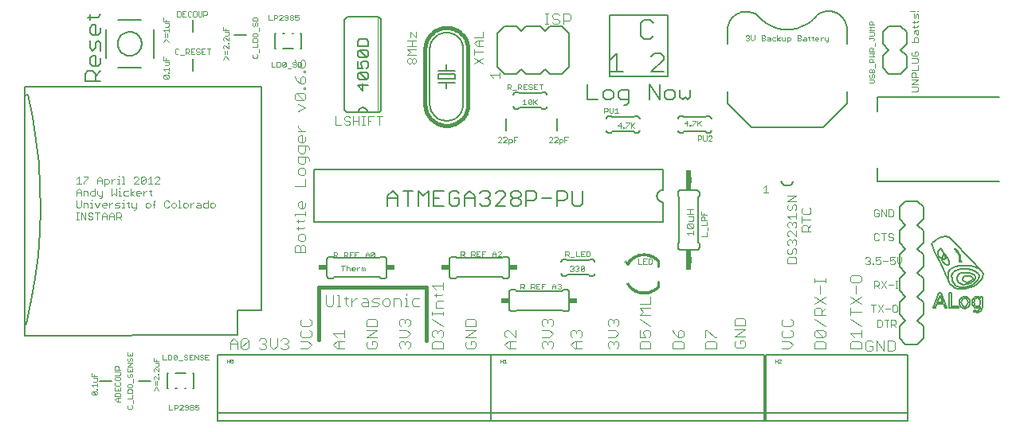
<source format=gto>
G75*
G70*
%OFA0B0*%
%FSLAX24Y24*%
%IPPOS*%
%LPD*%
%AMOC8*
5,1,8,0,0,1.08239X$1,22.5*
%
%ADD10C,0.0040*%
%ADD11C,0.0160*%
%ADD12C,0.0030*%
%ADD13C,0.0060*%
%ADD14C,0.0020*%
%ADD15C,0.0070*%
%ADD16C,0.0080*%
%ADD17R,0.0240X0.0340*%
%ADD18C,0.0240*%
%ADD19C,0.0050*%
%ADD20C,0.0010*%
%ADD21R,0.0340X0.0240*%
%ADD22C,0.0100*%
%ADD23C,0.0083*%
%ADD24C,0.0079*%
D10*
X008794Y003174D02*
X008794Y003481D01*
X008947Y003634D01*
X009101Y003481D01*
X009101Y003174D01*
X009254Y003251D02*
X009561Y003558D01*
X009561Y003251D01*
X009485Y003174D01*
X009331Y003174D01*
X009254Y003251D01*
X009254Y003558D01*
X009331Y003634D01*
X009485Y003634D01*
X009561Y003558D01*
X010000Y003558D02*
X010076Y003634D01*
X010230Y003634D01*
X010307Y003558D01*
X010307Y003481D01*
X010230Y003404D01*
X010307Y003327D01*
X010307Y003251D01*
X010230Y003174D01*
X010076Y003174D01*
X010000Y003251D01*
X010153Y003404D02*
X010230Y003404D01*
X010460Y003327D02*
X010614Y003174D01*
X010767Y003327D01*
X010767Y003634D01*
X010920Y003558D02*
X010997Y003634D01*
X011151Y003634D01*
X011227Y003558D01*
X011227Y003481D01*
X011151Y003404D01*
X011227Y003327D01*
X011227Y003251D01*
X011151Y003174D01*
X010997Y003174D01*
X010920Y003251D01*
X011074Y003404D02*
X011151Y003404D01*
X010460Y003327D02*
X010460Y003634D01*
X011739Y003528D02*
X012045Y003528D01*
X012199Y003375D01*
X012045Y003221D01*
X011739Y003221D01*
X011815Y003682D02*
X012122Y003682D01*
X012199Y003758D01*
X012199Y003912D01*
X012122Y003988D01*
X012122Y004142D02*
X011815Y004142D01*
X011739Y004219D01*
X011739Y004372D01*
X011815Y004449D01*
X012122Y004449D02*
X012199Y004372D01*
X012199Y004219D01*
X012122Y004142D01*
X011815Y003988D02*
X011739Y003912D01*
X011739Y003758D01*
X011815Y003682D01*
X013116Y003835D02*
X013270Y003682D01*
X013270Y003528D02*
X013577Y003528D01*
X013577Y003682D02*
X013577Y003988D01*
X013577Y003835D02*
X013116Y003835D01*
X013270Y003528D02*
X013116Y003375D01*
X013270Y003221D01*
X013577Y003221D01*
X013347Y003221D02*
X013347Y003528D01*
X014494Y003451D02*
X014494Y003298D01*
X014571Y003221D01*
X014878Y003221D01*
X014955Y003298D01*
X014955Y003451D01*
X014878Y003528D01*
X014725Y003528D01*
X014725Y003375D01*
X014571Y003528D02*
X014494Y003451D01*
X014494Y003682D02*
X014955Y003988D01*
X014494Y003988D01*
X014494Y004142D02*
X014494Y004372D01*
X014571Y004449D01*
X014878Y004449D01*
X014955Y004372D01*
X014955Y004142D01*
X014494Y004142D01*
X014494Y003682D02*
X014955Y003682D01*
X015872Y003682D02*
X016179Y003682D01*
X016333Y003835D01*
X016179Y003988D01*
X015872Y003988D01*
X015949Y004142D02*
X015872Y004219D01*
X015872Y004372D01*
X015949Y004449D01*
X016026Y004449D01*
X016103Y004372D01*
X016179Y004449D01*
X016256Y004449D01*
X016333Y004372D01*
X016333Y004219D01*
X016256Y004142D01*
X016103Y004295D02*
X016103Y004372D01*
X017250Y004449D02*
X017711Y004142D01*
X017634Y003988D02*
X017711Y003912D01*
X017711Y003758D01*
X017634Y003682D01*
X017634Y003528D02*
X017327Y003528D01*
X017250Y003451D01*
X017250Y003221D01*
X017711Y003221D01*
X017711Y003451D01*
X017634Y003528D01*
X017327Y003682D02*
X017250Y003758D01*
X017250Y003912D01*
X017327Y003988D01*
X017404Y003988D01*
X017481Y003912D01*
X017557Y003988D01*
X017634Y003988D01*
X017481Y003912D02*
X017481Y003835D01*
X018628Y003682D02*
X019089Y003988D01*
X018628Y003988D01*
X018628Y004142D02*
X018628Y004372D01*
X018705Y004449D01*
X019012Y004449D01*
X019089Y004372D01*
X019089Y004142D01*
X018628Y004142D01*
X018628Y003682D02*
X019089Y003682D01*
X019012Y003528D02*
X018859Y003528D01*
X018859Y003375D01*
X019012Y003528D02*
X019089Y003451D01*
X019089Y003298D01*
X019012Y003221D01*
X018705Y003221D01*
X018628Y003298D01*
X018628Y003451D01*
X018705Y003528D01*
X020290Y003375D02*
X020443Y003528D01*
X020750Y003528D01*
X020750Y003682D02*
X020443Y003988D01*
X020366Y003988D01*
X020290Y003912D01*
X020290Y003758D01*
X020366Y003682D01*
X020520Y003528D02*
X020520Y003221D01*
X020443Y003221D02*
X020290Y003375D01*
X020443Y003221D02*
X020750Y003221D01*
X020750Y003682D02*
X020750Y003988D01*
X021840Y003988D02*
X022147Y003988D01*
X022300Y003835D01*
X022147Y003682D01*
X021840Y003682D01*
X021917Y003528D02*
X021993Y003528D01*
X022070Y003451D01*
X022147Y003528D01*
X022224Y003528D01*
X022300Y003451D01*
X022300Y003298D01*
X022224Y003221D01*
X022070Y003375D02*
X022070Y003451D01*
X021917Y003528D02*
X021840Y003451D01*
X021840Y003298D01*
X021917Y003221D01*
X023046Y003375D02*
X023199Y003221D01*
X023506Y003221D01*
X023276Y003221D02*
X023276Y003528D01*
X023199Y003528D02*
X023506Y003528D01*
X023429Y003682D02*
X023506Y003758D01*
X023506Y003912D01*
X023429Y003988D01*
X023353Y003988D01*
X023276Y003912D01*
X023276Y003835D01*
X023276Y003912D02*
X023199Y003988D01*
X023122Y003988D01*
X023046Y003912D01*
X023046Y003758D01*
X023122Y003682D01*
X023199Y003528D02*
X023046Y003375D01*
X022224Y004142D02*
X022300Y004219D01*
X022300Y004372D01*
X022224Y004449D01*
X022147Y004449D01*
X022070Y004372D01*
X022070Y004295D01*
X022070Y004372D02*
X021993Y004449D01*
X021917Y004449D01*
X021840Y004372D01*
X021840Y004219D01*
X021917Y004142D01*
X024596Y004219D02*
X024596Y004372D01*
X024673Y004449D01*
X024749Y004449D01*
X024826Y004372D01*
X024903Y004449D01*
X024979Y004449D01*
X025056Y004372D01*
X025056Y004219D01*
X024979Y004142D01*
X024903Y003988D02*
X024596Y003988D01*
X024673Y004142D02*
X024596Y004219D01*
X024826Y004295D02*
X024826Y004372D01*
X024903Y003988D02*
X025056Y003835D01*
X024903Y003682D01*
X024596Y003682D01*
X024673Y003528D02*
X024749Y003528D01*
X024826Y003451D01*
X024903Y003528D01*
X024979Y003528D01*
X025056Y003451D01*
X025056Y003298D01*
X024979Y003221D01*
X024826Y003375D02*
X024826Y003451D01*
X024673Y003528D02*
X024596Y003451D01*
X024596Y003298D01*
X024673Y003221D01*
X025929Y003221D02*
X025929Y003451D01*
X026006Y003528D01*
X026313Y003528D01*
X026390Y003451D01*
X026390Y003221D01*
X025929Y003221D01*
X025929Y003682D02*
X026160Y003682D01*
X026083Y003835D01*
X026083Y003912D01*
X026160Y003988D01*
X026313Y003988D01*
X026390Y003912D01*
X026390Y003758D01*
X026313Y003682D01*
X025929Y003682D02*
X025929Y003988D01*
X025929Y004449D02*
X026390Y004142D01*
X027304Y003988D02*
X027381Y003835D01*
X027535Y003682D01*
X027535Y003912D01*
X027611Y003988D01*
X027688Y003988D01*
X027765Y003912D01*
X027765Y003758D01*
X027688Y003682D01*
X027535Y003682D01*
X027688Y003528D02*
X027381Y003528D01*
X027304Y003451D01*
X027304Y003221D01*
X027765Y003221D01*
X027765Y003451D01*
X027688Y003528D01*
X028679Y003451D02*
X028679Y003221D01*
X029140Y003221D01*
X029140Y003451D01*
X029063Y003528D01*
X028756Y003528D01*
X028679Y003451D01*
X028679Y003682D02*
X028679Y003988D01*
X028756Y003988D01*
X029063Y003682D01*
X029140Y003682D01*
X029895Y003707D02*
X030355Y004014D01*
X029895Y004014D01*
X029895Y004167D02*
X029895Y004398D01*
X029972Y004474D01*
X030279Y004474D01*
X030355Y004398D01*
X030355Y004167D01*
X029895Y004167D01*
X029895Y003707D02*
X030355Y003707D01*
X030279Y003554D02*
X030355Y003477D01*
X030355Y003323D01*
X030279Y003247D01*
X029972Y003247D01*
X029895Y003323D01*
X029895Y003477D01*
X029972Y003554D01*
X030125Y003554D02*
X030125Y003400D01*
X030125Y003554D02*
X030279Y003554D01*
X031864Y003528D02*
X032170Y003528D01*
X032324Y003375D01*
X032170Y003221D01*
X031864Y003221D01*
X031940Y003682D02*
X032247Y003682D01*
X032324Y003758D01*
X032324Y003912D01*
X032247Y003988D01*
X032247Y004142D02*
X032324Y004219D01*
X032324Y004372D01*
X032247Y004449D01*
X031940Y004449D02*
X031864Y004372D01*
X031864Y004219D01*
X031940Y004142D01*
X032247Y004142D01*
X031940Y003988D02*
X031864Y003912D01*
X031864Y003758D01*
X031940Y003682D01*
X033239Y003758D02*
X033315Y003682D01*
X033622Y003682D01*
X033315Y003988D01*
X033622Y003988D01*
X033699Y003912D01*
X033699Y003758D01*
X033622Y003682D01*
X033622Y003528D02*
X033315Y003528D01*
X033239Y003451D01*
X033239Y003221D01*
X033699Y003221D01*
X033699Y003451D01*
X033622Y003528D01*
X033239Y003758D02*
X033239Y003912D01*
X033315Y003988D01*
X033699Y004142D02*
X033239Y004449D01*
X033239Y004602D02*
X033239Y004832D01*
X033315Y004909D01*
X033469Y004909D01*
X033545Y004832D01*
X033545Y004602D01*
X033545Y004756D02*
X033699Y004909D01*
X033699Y005063D02*
X033239Y005369D01*
X033469Y005523D02*
X033469Y005830D01*
X033699Y005983D02*
X033699Y006137D01*
X033699Y006060D02*
X033239Y006060D01*
X033239Y005983D02*
X033239Y006137D01*
X034739Y006213D02*
X034739Y006060D01*
X034815Y005983D01*
X035122Y005983D01*
X035199Y006060D01*
X035199Y006213D01*
X035122Y006290D01*
X034815Y006290D01*
X034739Y006213D01*
X034969Y005830D02*
X034969Y005523D01*
X035199Y005369D02*
X034739Y005063D01*
X034739Y004909D02*
X034739Y004602D01*
X034739Y004449D02*
X035199Y004142D01*
X035199Y003988D02*
X035199Y003682D01*
X035199Y003835D02*
X034739Y003835D01*
X034892Y003682D01*
X034815Y003528D02*
X034739Y003451D01*
X034739Y003221D01*
X035199Y003221D01*
X035199Y003451D01*
X035122Y003528D01*
X034815Y003528D01*
X035372Y003480D02*
X035372Y003173D01*
X035448Y003096D01*
X035602Y003096D01*
X035679Y003173D01*
X035679Y003326D01*
X035525Y003326D01*
X035372Y003480D02*
X035448Y003557D01*
X035602Y003557D01*
X035679Y003480D01*
X035832Y003557D02*
X036139Y003096D01*
X036139Y003557D01*
X036292Y003557D02*
X036523Y003557D01*
X036599Y003480D01*
X036599Y003173D01*
X036523Y003096D01*
X036292Y003096D01*
X036292Y003557D01*
X035832Y003557D02*
X035832Y003096D01*
X035199Y004756D02*
X034739Y004756D01*
X035199Y005063D02*
X034739Y005369D01*
X033699Y005369D02*
X033239Y005063D01*
X033239Y004602D02*
X033699Y004602D01*
X026390Y004602D02*
X025929Y004602D01*
X026083Y004756D01*
X025929Y004909D01*
X026390Y004909D01*
X026390Y005063D02*
X025929Y005063D01*
X026390Y005063D02*
X026390Y005369D01*
X017711Y005216D02*
X017481Y005216D01*
X017404Y005139D01*
X017404Y004909D01*
X017711Y004909D01*
X017711Y004756D02*
X017711Y004602D01*
X017711Y004679D02*
X017250Y004679D01*
X017250Y004602D02*
X017250Y004756D01*
X016716Y004991D02*
X016486Y004991D01*
X016409Y005068D01*
X016409Y005221D01*
X016486Y005298D01*
X016716Y005298D01*
X016179Y005298D02*
X016179Y004991D01*
X016255Y004991D02*
X016102Y004991D01*
X015949Y004991D02*
X015949Y005221D01*
X015872Y005298D01*
X015642Y005298D01*
X015642Y004991D01*
X015488Y005068D02*
X015488Y005221D01*
X015411Y005298D01*
X015258Y005298D01*
X015181Y005221D01*
X015181Y005068D01*
X015258Y004991D01*
X015411Y004991D01*
X015488Y005068D01*
X015028Y005068D02*
X014951Y005144D01*
X014798Y005144D01*
X014721Y005221D01*
X014798Y005298D01*
X015028Y005298D01*
X014568Y005221D02*
X014568Y004991D01*
X014337Y004991D01*
X014261Y005068D01*
X014337Y005144D01*
X014568Y005144D01*
X014568Y005221D02*
X014491Y005298D01*
X014337Y005298D01*
X014107Y005298D02*
X014030Y005298D01*
X013877Y005144D01*
X013877Y004991D02*
X013877Y005298D01*
X013724Y005298D02*
X013570Y005298D01*
X013647Y005374D02*
X013647Y005068D01*
X013724Y004991D01*
X013417Y004991D02*
X013263Y004991D01*
X013340Y004991D02*
X013340Y005451D01*
X013263Y005451D01*
X013110Y005451D02*
X013110Y005068D01*
X013033Y004991D01*
X012880Y004991D01*
X012803Y005068D01*
X012803Y005451D01*
X014721Y004991D02*
X014951Y004991D01*
X015028Y005068D01*
X016102Y005298D02*
X016179Y005298D01*
X016179Y005451D02*
X016179Y005528D01*
X017250Y005830D02*
X017711Y005830D01*
X017711Y005983D02*
X017711Y005676D01*
X017711Y005523D02*
X017634Y005446D01*
X017327Y005446D01*
X017404Y005369D02*
X017404Y005523D01*
X017404Y005676D02*
X017250Y005830D01*
X011956Y007246D02*
X011956Y007476D01*
X011879Y007553D01*
X011802Y007553D01*
X011726Y007476D01*
X011726Y007246D01*
X011956Y007246D02*
X011495Y007246D01*
X011495Y007476D01*
X011572Y007553D01*
X011649Y007553D01*
X011726Y007476D01*
X011726Y007706D02*
X011879Y007706D01*
X011956Y007783D01*
X011956Y007936D01*
X011879Y008013D01*
X011726Y008013D01*
X011649Y007936D01*
X011649Y007783D01*
X011726Y007706D01*
X011649Y008166D02*
X011649Y008320D01*
X011572Y008243D02*
X011879Y008243D01*
X011956Y008320D01*
X011879Y008550D02*
X011572Y008550D01*
X011649Y008473D02*
X011649Y008627D01*
X011495Y008780D02*
X011495Y008857D01*
X011956Y008857D01*
X011956Y008780D02*
X011956Y008934D01*
X011879Y009087D02*
X011726Y009087D01*
X011649Y009164D01*
X011649Y009317D01*
X011726Y009394D01*
X011802Y009394D01*
X011802Y009087D01*
X011879Y009087D02*
X011956Y009164D01*
X011956Y009317D01*
X011956Y008627D02*
X011879Y008550D01*
X011956Y010008D02*
X011495Y010008D01*
X011956Y010008D02*
X011956Y010315D01*
X011879Y010468D02*
X011956Y010545D01*
X011956Y010698D01*
X011879Y010775D01*
X011726Y010775D01*
X011649Y010698D01*
X011649Y010545D01*
X011726Y010468D01*
X011879Y010468D01*
X011879Y010929D02*
X011956Y011005D01*
X011956Y011235D01*
X012032Y011235D02*
X011649Y011235D01*
X011649Y011005D01*
X011726Y010929D01*
X011879Y010929D01*
X012109Y011082D02*
X012109Y011159D01*
X012032Y011235D01*
X011879Y011389D02*
X011956Y011466D01*
X011956Y011696D01*
X012032Y011696D02*
X011649Y011696D01*
X011649Y011466D01*
X011726Y011389D01*
X011879Y011389D01*
X012109Y011542D02*
X012109Y011619D01*
X012032Y011696D01*
X011879Y011849D02*
X011726Y011849D01*
X011649Y011926D01*
X011649Y012079D01*
X011726Y012156D01*
X011802Y012156D01*
X011802Y011849D01*
X011879Y011849D02*
X011956Y011926D01*
X011956Y012079D01*
X011956Y012310D02*
X011649Y012310D01*
X011802Y012310D02*
X011649Y012463D01*
X011649Y012540D01*
X011649Y013154D02*
X011956Y013307D01*
X011649Y013461D01*
X011572Y013614D02*
X011495Y013691D01*
X011495Y013844D01*
X011572Y013921D01*
X011879Y013614D01*
X011956Y013691D01*
X011956Y013844D01*
X011879Y013921D01*
X011572Y013921D01*
X011572Y013614D02*
X011879Y013614D01*
X011879Y014074D02*
X011879Y014151D01*
X011956Y014151D01*
X011956Y014074D01*
X011879Y014074D01*
X011879Y014304D02*
X011956Y014381D01*
X011956Y014535D01*
X011879Y014611D01*
X011802Y014611D01*
X011726Y014535D01*
X011726Y014304D01*
X011879Y014304D01*
X011726Y014304D02*
X011572Y014458D01*
X011495Y014611D01*
X011879Y014765D02*
X011879Y014842D01*
X011956Y014842D01*
X011956Y014765D01*
X011879Y014765D01*
X011879Y014995D02*
X011956Y015072D01*
X011956Y015225D01*
X011879Y015302D01*
X011802Y015302D01*
X011726Y015225D01*
X011726Y014995D01*
X011879Y014995D01*
X011726Y014995D02*
X011572Y015148D01*
X011495Y015302D01*
X016221Y015328D02*
X016281Y015388D01*
X016341Y015388D01*
X016401Y015328D01*
X016401Y015208D01*
X016341Y015148D01*
X016281Y015148D01*
X016221Y015208D01*
X016221Y015328D01*
X016401Y015328D02*
X016461Y015388D01*
X016521Y015388D01*
X016581Y015328D01*
X016581Y015208D01*
X016521Y015148D01*
X016461Y015148D01*
X016401Y015208D01*
X016581Y015516D02*
X016221Y015516D01*
X016341Y015636D01*
X016221Y015756D01*
X016581Y015756D01*
X016581Y015884D02*
X016221Y015884D01*
X016401Y015884D02*
X016401Y016124D01*
X016341Y016252D02*
X016341Y016493D01*
X016581Y016252D01*
X016581Y016493D01*
X016581Y016124D02*
X016221Y016124D01*
X019021Y016004D02*
X019141Y016124D01*
X019381Y016124D01*
X019381Y016252D02*
X019021Y016252D01*
X019201Y016124D02*
X019201Y015884D01*
X019141Y015884D02*
X019021Y016004D01*
X019141Y015884D02*
X019381Y015884D01*
X019381Y015636D02*
X019021Y015636D01*
X019021Y015516D02*
X019021Y015756D01*
X019021Y015388D02*
X019381Y015148D01*
X019381Y015388D02*
X019021Y015148D01*
X019381Y016252D02*
X019381Y016493D01*
X021968Y016796D02*
X022122Y016796D01*
X022045Y016796D02*
X022045Y017256D01*
X021968Y017256D02*
X022122Y017256D01*
X022275Y017179D02*
X022275Y017103D01*
X022352Y017026D01*
X022505Y017026D01*
X022582Y016949D01*
X022582Y016872D01*
X022505Y016796D01*
X022352Y016796D01*
X022275Y016872D01*
X022735Y016796D02*
X022735Y017256D01*
X022966Y017256D01*
X023042Y017179D01*
X023042Y017026D01*
X022966Y016949D01*
X022735Y016949D01*
X022582Y017179D02*
X022505Y017256D01*
X022352Y017256D01*
X022275Y017179D01*
X015168Y012931D02*
X014927Y012931D01*
X015048Y012931D02*
X015048Y012571D01*
X014679Y012751D02*
X014559Y012751D01*
X014559Y012571D02*
X014559Y012931D01*
X014799Y012931D01*
X014434Y012931D02*
X014314Y012931D01*
X014374Y012931D02*
X014374Y012571D01*
X014314Y012571D02*
X014434Y012571D01*
X014186Y012571D02*
X014186Y012931D01*
X014186Y012751D02*
X013945Y012751D01*
X013817Y012691D02*
X013757Y012751D01*
X013637Y012751D01*
X013577Y012811D01*
X013577Y012871D01*
X013637Y012931D01*
X013757Y012931D01*
X013817Y012871D01*
X013945Y012931D02*
X013945Y012571D01*
X013817Y012631D02*
X013757Y012571D01*
X013637Y012571D01*
X013577Y012631D01*
X013449Y012571D02*
X013209Y012571D01*
X013209Y012931D01*
X013817Y012691D02*
X013817Y012631D01*
X015949Y003528D02*
X016026Y003528D01*
X016103Y003451D01*
X016179Y003528D01*
X016256Y003528D01*
X016333Y003451D01*
X016333Y003298D01*
X016256Y003221D01*
X016103Y003375D02*
X016103Y003451D01*
X015949Y003528D02*
X015872Y003451D01*
X015872Y003298D01*
X015949Y003221D01*
X009101Y003404D02*
X008794Y003404D01*
D11*
X012516Y003579D02*
X012516Y005785D01*
X016994Y005785D01*
X016994Y003546D01*
X016951Y013451D02*
X016951Y015751D01*
X016953Y015810D01*
X016959Y015868D01*
X016968Y015927D01*
X016982Y015984D01*
X016999Y016040D01*
X017020Y016095D01*
X017044Y016149D01*
X017072Y016201D01*
X017103Y016251D01*
X017137Y016299D01*
X017174Y016344D01*
X017215Y016387D01*
X017258Y016428D01*
X017303Y016465D01*
X017351Y016499D01*
X017401Y016530D01*
X017453Y016558D01*
X017507Y016582D01*
X017562Y016603D01*
X017618Y016620D01*
X017675Y016634D01*
X017734Y016643D01*
X017792Y016649D01*
X017851Y016651D01*
X017910Y016649D01*
X017968Y016643D01*
X018027Y016634D01*
X018084Y016620D01*
X018140Y016603D01*
X018195Y016582D01*
X018249Y016558D01*
X018301Y016530D01*
X018351Y016499D01*
X018399Y016465D01*
X018444Y016428D01*
X018487Y016387D01*
X018528Y016344D01*
X018565Y016299D01*
X018599Y016251D01*
X018630Y016201D01*
X018658Y016149D01*
X018682Y016095D01*
X018703Y016040D01*
X018720Y015984D01*
X018734Y015927D01*
X018743Y015868D01*
X018749Y015810D01*
X018751Y015751D01*
X018751Y013451D01*
X018749Y013392D01*
X018743Y013334D01*
X018734Y013275D01*
X018720Y013218D01*
X018703Y013162D01*
X018682Y013107D01*
X018658Y013053D01*
X018630Y013001D01*
X018599Y012951D01*
X018565Y012903D01*
X018528Y012858D01*
X018487Y012815D01*
X018444Y012774D01*
X018399Y012737D01*
X018351Y012703D01*
X018301Y012672D01*
X018249Y012644D01*
X018195Y012620D01*
X018140Y012599D01*
X018084Y012582D01*
X018027Y012568D01*
X017968Y012559D01*
X017910Y012553D01*
X017851Y012551D01*
X017792Y012553D01*
X017734Y012559D01*
X017675Y012568D01*
X017618Y012582D01*
X017562Y012599D01*
X017507Y012620D01*
X017453Y012644D01*
X017401Y012672D01*
X017351Y012703D01*
X017303Y012737D01*
X017258Y012774D01*
X017215Y012815D01*
X017174Y012858D01*
X017137Y012903D01*
X017103Y012951D01*
X017072Y013001D01*
X017044Y013053D01*
X017020Y013107D01*
X016999Y013162D01*
X016982Y013218D01*
X016968Y013275D01*
X016959Y013334D01*
X016953Y013392D01*
X016951Y013451D01*
D12*
X019690Y014664D02*
X020061Y014664D01*
X020061Y014541D02*
X020061Y014788D01*
X019814Y014541D02*
X019690Y014664D01*
X031116Y009934D02*
X031213Y010031D01*
X031213Y009741D01*
X031309Y009741D02*
X031116Y009741D01*
X032115Y009619D02*
X032486Y009619D01*
X032115Y009372D01*
X032486Y009372D01*
X032424Y009251D02*
X032486Y009189D01*
X032486Y009066D01*
X032424Y009004D01*
X032486Y008883D02*
X032486Y008636D01*
X032486Y008759D02*
X032115Y008759D01*
X032239Y008636D01*
X032239Y008514D02*
X032301Y008453D01*
X032362Y008514D01*
X032424Y008514D01*
X032486Y008453D01*
X032486Y008329D01*
X032424Y008268D01*
X032486Y008146D02*
X032486Y007899D01*
X032239Y008146D01*
X032177Y008146D01*
X032115Y008084D01*
X032115Y007961D01*
X032177Y007899D01*
X032177Y007778D02*
X032239Y007778D01*
X032301Y007716D01*
X032362Y007778D01*
X032424Y007778D01*
X032486Y007716D01*
X032486Y007593D01*
X032424Y007531D01*
X032424Y007409D02*
X032486Y007348D01*
X032486Y007224D01*
X032424Y007163D01*
X032424Y007041D02*
X032177Y007041D01*
X032115Y006979D01*
X032115Y006794D01*
X032486Y006794D01*
X032486Y006979D01*
X032424Y007041D01*
X032301Y007224D02*
X032301Y007348D01*
X032362Y007409D01*
X032424Y007409D01*
X032301Y007224D02*
X032239Y007163D01*
X032177Y007163D01*
X032115Y007224D01*
X032115Y007348D01*
X032177Y007409D01*
X032177Y007531D02*
X032115Y007593D01*
X032115Y007716D01*
X032177Y007778D01*
X032301Y007716D02*
X032301Y007654D01*
X032715Y008116D02*
X032715Y008301D01*
X032777Y008363D01*
X032901Y008363D01*
X032962Y008301D01*
X032962Y008116D01*
X032962Y008239D02*
X033086Y008363D01*
X033086Y008608D02*
X032715Y008608D01*
X032715Y008731D02*
X032715Y008484D01*
X032301Y008453D02*
X032301Y008391D01*
X032239Y008514D02*
X032177Y008514D01*
X032115Y008453D01*
X032115Y008329D01*
X032177Y008268D01*
X032715Y008116D02*
X033086Y008116D01*
X033024Y008852D02*
X033086Y008914D01*
X033086Y009038D01*
X033024Y009099D01*
X033024Y008852D02*
X032777Y008852D01*
X032715Y008914D01*
X032715Y009038D01*
X032777Y009099D01*
X032424Y009251D02*
X032362Y009251D01*
X032301Y009189D01*
X032301Y009066D01*
X032239Y009004D01*
X032177Y009004D01*
X032115Y009066D01*
X032115Y009189D01*
X032177Y009251D01*
X035741Y008983D02*
X035741Y008789D01*
X035789Y008741D01*
X035886Y008741D01*
X035934Y008789D01*
X035934Y008886D01*
X035838Y008886D01*
X035934Y008983D02*
X035886Y009031D01*
X035789Y009031D01*
X035741Y008983D01*
X036035Y009031D02*
X036035Y008741D01*
X036229Y008741D02*
X036229Y009031D01*
X036330Y009031D02*
X036475Y009031D01*
X036524Y008983D01*
X036524Y008789D01*
X036475Y008741D01*
X036330Y008741D01*
X036330Y009031D01*
X036035Y009031D02*
X036229Y008741D01*
X036229Y008031D02*
X036035Y008031D01*
X036132Y008031D02*
X036132Y007741D01*
X035934Y007789D02*
X035886Y007741D01*
X035789Y007741D01*
X035741Y007789D01*
X035741Y007983D01*
X035789Y008031D01*
X035886Y008031D01*
X035934Y007983D01*
X036330Y007983D02*
X036330Y007934D01*
X036378Y007886D01*
X036475Y007886D01*
X036524Y007838D01*
X036524Y007789D01*
X036475Y007741D01*
X036378Y007741D01*
X036330Y007789D01*
X036330Y007983D02*
X036378Y008031D01*
X036475Y008031D01*
X036524Y007983D01*
X036591Y007031D02*
X036397Y007031D01*
X036397Y006886D01*
X036494Y006934D01*
X036542Y006934D01*
X036591Y006886D01*
X036591Y006789D01*
X036542Y006741D01*
X036445Y006741D01*
X036397Y006789D01*
X036296Y006886D02*
X036102Y006886D01*
X036001Y006886D02*
X035953Y006934D01*
X035904Y006934D01*
X035808Y006886D01*
X035808Y007031D01*
X036001Y007031D01*
X036001Y006886D02*
X036001Y006789D01*
X035953Y006741D01*
X035856Y006741D01*
X035808Y006789D01*
X035709Y006789D02*
X035709Y006741D01*
X035660Y006741D01*
X035660Y006789D01*
X035709Y006789D01*
X035559Y006789D02*
X035511Y006741D01*
X035414Y006741D01*
X035366Y006789D01*
X035463Y006886D02*
X035511Y006886D01*
X035559Y006838D01*
X035559Y006789D01*
X035511Y006886D02*
X035559Y006934D01*
X035559Y006983D01*
X035511Y007031D01*
X035414Y007031D01*
X035366Y006983D01*
X036692Y007031D02*
X036692Y006838D01*
X036788Y006741D01*
X036885Y006838D01*
X036885Y007031D01*
X036721Y006031D02*
X036625Y006031D01*
X036673Y006031D02*
X036673Y005741D01*
X036625Y005741D02*
X036721Y005741D01*
X036524Y005886D02*
X036330Y005886D01*
X036229Y006031D02*
X036035Y005741D01*
X035934Y005741D02*
X035838Y005838D01*
X035886Y005838D02*
X035741Y005838D01*
X035741Y005741D02*
X035741Y006031D01*
X035886Y006031D01*
X035934Y005983D01*
X035934Y005886D01*
X035886Y005838D01*
X036035Y006031D02*
X036229Y005741D01*
X036104Y005031D02*
X035910Y004741D01*
X036104Y004741D02*
X035910Y005031D01*
X035809Y005031D02*
X035616Y005031D01*
X035713Y005031D02*
X035713Y004741D01*
X036205Y004886D02*
X036399Y004886D01*
X036500Y004983D02*
X036500Y004789D01*
X036548Y004741D01*
X036645Y004741D01*
X036693Y004789D01*
X036693Y004983D01*
X036645Y005031D01*
X036548Y005031D01*
X036500Y004983D01*
X036455Y004406D02*
X036600Y004406D01*
X036649Y004358D01*
X036649Y004261D01*
X036600Y004213D01*
X036455Y004213D01*
X036552Y004213D02*
X036649Y004116D01*
X036455Y004116D02*
X036455Y004406D01*
X036354Y004406D02*
X036160Y004406D01*
X036257Y004406D02*
X036257Y004116D01*
X036059Y004164D02*
X036059Y004358D01*
X036011Y004406D01*
X035866Y004406D01*
X035866Y004116D01*
X036011Y004116D01*
X036059Y004164D01*
X028183Y007965D02*
X028183Y008158D01*
X028183Y008061D02*
X027893Y008061D01*
X027990Y007965D01*
X027941Y008259D02*
X027893Y008308D01*
X027893Y008404D01*
X027941Y008453D01*
X028135Y008259D01*
X028183Y008308D01*
X028183Y008404D01*
X028135Y008453D01*
X027941Y008453D01*
X027990Y008554D02*
X028135Y008554D01*
X028183Y008602D01*
X028183Y008747D01*
X027990Y008747D01*
X028038Y008849D02*
X028038Y009042D01*
X027893Y009042D02*
X028183Y009042D01*
X028183Y008849D02*
X027893Y008849D01*
X027941Y008259D02*
X028135Y008259D01*
X037296Y013991D02*
X037537Y013991D01*
X037586Y014039D01*
X037586Y014136D01*
X037537Y014184D01*
X037296Y014184D01*
X037296Y014285D02*
X037586Y014479D01*
X037296Y014479D01*
X037296Y014580D02*
X037296Y014725D01*
X037344Y014774D01*
X037441Y014774D01*
X037489Y014725D01*
X037489Y014580D01*
X037586Y014580D02*
X037296Y014580D01*
X037296Y014285D02*
X037586Y014285D01*
X037586Y014875D02*
X037296Y014875D01*
X037586Y014875D02*
X037586Y015068D01*
X037537Y015169D02*
X037586Y015218D01*
X037586Y015314D01*
X037537Y015363D01*
X037296Y015363D01*
X037344Y015464D02*
X037296Y015512D01*
X037296Y015609D01*
X037344Y015657D01*
X037441Y015657D02*
X037441Y015561D01*
X037441Y015657D02*
X037537Y015657D01*
X037586Y015609D01*
X037586Y015512D01*
X037537Y015464D01*
X037344Y015464D01*
X037296Y015169D02*
X037537Y015169D01*
X037586Y016053D02*
X037296Y016053D01*
X037392Y016053D02*
X037392Y016198D01*
X037441Y016247D01*
X037537Y016247D01*
X037586Y016198D01*
X037586Y016053D01*
X037537Y016348D02*
X037489Y016396D01*
X037489Y016541D01*
X037441Y016541D02*
X037586Y016541D01*
X037586Y016396D01*
X037537Y016348D01*
X037392Y016396D02*
X037392Y016493D01*
X037441Y016541D01*
X037392Y016643D02*
X037392Y016739D01*
X037344Y016691D02*
X037537Y016691D01*
X037586Y016739D01*
X037537Y016887D02*
X037586Y016936D01*
X037537Y016887D02*
X037344Y016887D01*
X037392Y016839D02*
X037392Y016936D01*
X037441Y017035D02*
X037392Y017084D01*
X037392Y017229D01*
X037489Y017181D02*
X037489Y017084D01*
X037441Y017035D01*
X037586Y017035D02*
X037586Y017181D01*
X037537Y017229D01*
X037489Y017181D01*
X037441Y017330D02*
X037247Y017330D01*
X037537Y017330D02*
X037586Y017330D01*
X008157Y009261D02*
X008157Y009164D01*
X008109Y009116D01*
X008012Y009116D01*
X007964Y009164D01*
X007964Y009261D01*
X008012Y009309D01*
X008109Y009309D01*
X008157Y009261D01*
X007863Y009309D02*
X007718Y009309D01*
X007669Y009261D01*
X007669Y009164D01*
X007718Y009116D01*
X007863Y009116D01*
X007863Y009406D01*
X007568Y009261D02*
X007568Y009116D01*
X007423Y009116D01*
X007375Y009164D01*
X007423Y009213D01*
X007568Y009213D01*
X007568Y009261D02*
X007520Y009309D01*
X007423Y009309D01*
X007274Y009309D02*
X007226Y009309D01*
X007129Y009213D01*
X007129Y009309D02*
X007129Y009116D01*
X007028Y009164D02*
X007028Y009261D01*
X006980Y009309D01*
X006883Y009309D01*
X006834Y009261D01*
X006834Y009164D01*
X006883Y009116D01*
X006980Y009116D01*
X007028Y009164D01*
X006735Y009116D02*
X006638Y009116D01*
X006686Y009116D02*
X006686Y009406D01*
X006638Y009406D01*
X006537Y009261D02*
X006489Y009309D01*
X006392Y009309D01*
X006343Y009261D01*
X006343Y009164D01*
X006392Y009116D01*
X006489Y009116D01*
X006537Y009164D01*
X006537Y009261D01*
X006242Y009358D02*
X006194Y009406D01*
X006097Y009406D01*
X006049Y009358D01*
X006049Y009164D01*
X006097Y009116D01*
X006194Y009116D01*
X006242Y009164D01*
X005654Y009261D02*
X005558Y009261D01*
X005457Y009261D02*
X005408Y009309D01*
X005311Y009309D01*
X005263Y009261D01*
X005263Y009164D01*
X005311Y009116D01*
X005408Y009116D01*
X005457Y009164D01*
X005457Y009261D01*
X005606Y009358D02*
X005654Y009406D01*
X005606Y009358D02*
X005606Y009116D01*
X004867Y009116D02*
X004722Y009116D01*
X004674Y009164D01*
X004674Y009309D01*
X004574Y009309D02*
X004477Y009309D01*
X004526Y009358D02*
X004526Y009164D01*
X004574Y009116D01*
X004378Y009116D02*
X004281Y009116D01*
X004329Y009116D02*
X004329Y009309D01*
X004281Y009309D01*
X004180Y009309D02*
X004035Y009309D01*
X003986Y009261D01*
X004035Y009213D01*
X004131Y009213D01*
X004180Y009164D01*
X004131Y009116D01*
X003986Y009116D01*
X004035Y008906D02*
X004181Y008906D01*
X004229Y008858D01*
X004229Y008761D01*
X004181Y008713D01*
X004035Y008713D01*
X004132Y008713D02*
X004229Y008616D01*
X004035Y008616D02*
X004035Y008906D01*
X003934Y008809D02*
X003838Y008906D01*
X003741Y008809D01*
X003741Y008616D01*
X003640Y008616D02*
X003640Y008809D01*
X003543Y008906D01*
X003446Y008809D01*
X003446Y008616D01*
X003446Y008761D02*
X003640Y008761D01*
X003741Y008761D02*
X003934Y008761D01*
X003934Y008809D02*
X003934Y008616D01*
X003345Y008906D02*
X003151Y008906D01*
X003248Y008906D02*
X003248Y008616D01*
X003050Y008664D02*
X003002Y008616D01*
X002905Y008616D01*
X002857Y008664D01*
X002905Y008761D02*
X002857Y008809D01*
X002857Y008858D01*
X002905Y008906D01*
X003002Y008906D01*
X003050Y008858D01*
X003002Y008761D02*
X003050Y008713D01*
X003050Y008664D01*
X003002Y008761D02*
X002905Y008761D01*
X002756Y008616D02*
X002756Y008906D01*
X002562Y008906D02*
X002756Y008616D01*
X002562Y008616D02*
X002562Y008906D01*
X002463Y008906D02*
X002366Y008906D01*
X002414Y008906D02*
X002414Y008616D01*
X002366Y008616D02*
X002463Y008616D01*
X002414Y009116D02*
X002511Y009116D01*
X002559Y009164D01*
X002559Y009406D01*
X002660Y009309D02*
X002806Y009309D01*
X002854Y009261D01*
X002854Y009116D01*
X002955Y009116D02*
X003052Y009116D01*
X003003Y009116D02*
X003003Y009309D01*
X002955Y009309D01*
X003003Y009406D02*
X003003Y009454D01*
X003003Y009616D02*
X002955Y009664D01*
X002955Y009761D01*
X003003Y009809D01*
X003149Y009809D01*
X003149Y009906D02*
X003149Y009616D01*
X003003Y009616D01*
X002854Y009616D02*
X002854Y009761D01*
X002806Y009809D01*
X002660Y009809D01*
X002660Y009616D01*
X002559Y009616D02*
X002559Y009809D01*
X002463Y009906D01*
X002366Y009809D01*
X002366Y009616D01*
X002366Y009761D02*
X002559Y009761D01*
X003250Y009809D02*
X003250Y009664D01*
X003298Y009616D01*
X003443Y009616D01*
X003443Y009567D02*
X003395Y009519D01*
X003346Y009519D01*
X003443Y009567D02*
X003443Y009809D01*
X003544Y010019D02*
X003544Y010309D01*
X003689Y010309D01*
X003738Y010261D01*
X003738Y010164D01*
X003689Y010116D01*
X003544Y010116D01*
X003443Y010116D02*
X003443Y010309D01*
X003346Y010406D01*
X003250Y010309D01*
X003250Y010116D01*
X003250Y010261D02*
X003443Y010261D01*
X003839Y010309D02*
X003839Y010116D01*
X003839Y010213D02*
X003936Y010309D01*
X003984Y010309D01*
X004085Y010309D02*
X004133Y010309D01*
X004133Y010116D01*
X004085Y010116D02*
X004181Y010116D01*
X004281Y010116D02*
X004378Y010116D01*
X004329Y010116D02*
X004329Y010406D01*
X004281Y010406D01*
X004133Y010406D02*
X004133Y010454D01*
X004772Y010358D02*
X004820Y010406D01*
X004917Y010406D01*
X004965Y010358D01*
X004965Y010309D01*
X004772Y010116D01*
X004965Y010116D01*
X005067Y010164D02*
X005260Y010358D01*
X005260Y010164D01*
X005212Y010116D01*
X005115Y010116D01*
X005067Y010164D01*
X005067Y010358D01*
X005115Y010406D01*
X005212Y010406D01*
X005260Y010358D01*
X005361Y010309D02*
X005458Y010406D01*
X005458Y010116D01*
X005361Y010116D02*
X005555Y010116D01*
X005656Y010116D02*
X005849Y010309D01*
X005849Y010358D01*
X005801Y010406D01*
X005704Y010406D01*
X005656Y010358D01*
X005656Y010116D02*
X005849Y010116D01*
X005507Y009809D02*
X005410Y009809D01*
X005459Y009858D02*
X005459Y009664D01*
X005507Y009616D01*
X005310Y009809D02*
X005262Y009809D01*
X005165Y009713D01*
X005165Y009809D02*
X005165Y009616D01*
X005064Y009713D02*
X004870Y009713D01*
X004870Y009761D02*
X004919Y009809D01*
X005015Y009809D01*
X005064Y009761D01*
X005064Y009713D01*
X005015Y009616D02*
X004919Y009616D01*
X004870Y009664D01*
X004870Y009761D01*
X004770Y009809D02*
X004625Y009713D01*
X004770Y009616D01*
X004625Y009616D02*
X004625Y009906D01*
X004524Y009809D02*
X004378Y009809D01*
X004330Y009761D01*
X004330Y009664D01*
X004378Y009616D01*
X004524Y009616D01*
X004329Y009454D02*
X004329Y009406D01*
X004230Y009616D02*
X004134Y009616D01*
X004182Y009616D02*
X004182Y009809D01*
X004134Y009809D01*
X004182Y009906D02*
X004182Y009954D01*
X004032Y009906D02*
X004032Y009616D01*
X003936Y009713D01*
X003839Y009616D01*
X003839Y009906D01*
X002854Y010358D02*
X002660Y010164D01*
X002660Y010116D01*
X002559Y010116D02*
X002366Y010116D01*
X002463Y010116D02*
X002463Y010406D01*
X002366Y010309D01*
X002660Y010406D02*
X002854Y010406D01*
X002854Y010358D01*
X002366Y009406D02*
X002366Y009164D01*
X002414Y009116D01*
X002660Y009116D02*
X002660Y009309D01*
X003151Y009309D02*
X003248Y009116D01*
X003345Y009309D01*
X003446Y009261D02*
X003494Y009309D01*
X003591Y009309D01*
X003640Y009261D01*
X003640Y009213D01*
X003446Y009213D01*
X003446Y009261D02*
X003446Y009164D01*
X003494Y009116D01*
X003591Y009116D01*
X003741Y009116D02*
X003741Y009309D01*
X003741Y009213D02*
X003838Y009309D01*
X003886Y009309D01*
X004771Y009019D02*
X004819Y009019D01*
X004867Y009067D01*
X004867Y009309D01*
D13*
X012301Y008501D02*
X012301Y010701D01*
X026901Y010701D01*
X026901Y009851D01*
X026871Y009849D01*
X026841Y009844D01*
X026812Y009835D01*
X026785Y009822D01*
X026759Y009807D01*
X026735Y009788D01*
X026714Y009767D01*
X026695Y009743D01*
X026680Y009717D01*
X026667Y009690D01*
X026658Y009661D01*
X026653Y009631D01*
X026651Y009601D01*
X026653Y009571D01*
X026658Y009541D01*
X026667Y009512D01*
X026680Y009485D01*
X026695Y009459D01*
X026714Y009435D01*
X026735Y009414D01*
X026759Y009395D01*
X026785Y009380D01*
X026812Y009367D01*
X026841Y009358D01*
X026871Y009353D01*
X026901Y009351D01*
X026901Y008501D01*
X012301Y008501D01*
X012951Y007051D02*
X013101Y007051D01*
X013151Y007001D01*
X015051Y007001D01*
X015101Y007051D01*
X015251Y007051D01*
X015268Y007049D01*
X015285Y007045D01*
X015301Y007038D01*
X015315Y007028D01*
X015328Y007015D01*
X015338Y007001D01*
X015345Y006985D01*
X015349Y006968D01*
X015351Y006951D01*
X015351Y006251D01*
X015349Y006234D01*
X015345Y006217D01*
X015338Y006201D01*
X015328Y006187D01*
X015315Y006174D01*
X015301Y006164D01*
X015285Y006157D01*
X015268Y006153D01*
X015251Y006151D01*
X015101Y006151D01*
X015051Y006201D01*
X013151Y006201D01*
X013101Y006151D01*
X012951Y006151D01*
X012934Y006153D01*
X012917Y006157D01*
X012901Y006164D01*
X012887Y006174D01*
X012874Y006187D01*
X012864Y006201D01*
X012857Y006217D01*
X012853Y006234D01*
X012851Y006251D01*
X012851Y006951D01*
X012853Y006968D01*
X012857Y006985D01*
X012864Y007001D01*
X012874Y007015D01*
X012887Y007028D01*
X012901Y007038D01*
X012917Y007045D01*
X012934Y007049D01*
X012951Y007051D01*
X017976Y006951D02*
X017976Y006251D01*
X017978Y006234D01*
X017982Y006217D01*
X017989Y006201D01*
X017999Y006187D01*
X018012Y006174D01*
X018026Y006164D01*
X018042Y006157D01*
X018059Y006153D01*
X018076Y006151D01*
X018226Y006151D01*
X018276Y006201D01*
X020176Y006201D01*
X020226Y006151D01*
X020376Y006151D01*
X020393Y006153D01*
X020410Y006157D01*
X020426Y006164D01*
X020440Y006174D01*
X020453Y006187D01*
X020463Y006201D01*
X020470Y006217D01*
X020474Y006234D01*
X020476Y006251D01*
X020476Y006951D01*
X020474Y006968D01*
X020470Y006985D01*
X020463Y007001D01*
X020453Y007015D01*
X020440Y007028D01*
X020426Y007038D01*
X020410Y007045D01*
X020393Y007049D01*
X020376Y007051D01*
X020226Y007051D01*
X020176Y007001D01*
X018276Y007001D01*
X018226Y007051D01*
X018076Y007051D01*
X018059Y007049D01*
X018042Y007045D01*
X018026Y007038D01*
X018012Y007028D01*
X017999Y007015D01*
X017989Y007001D01*
X017982Y006985D01*
X017978Y006968D01*
X017976Y006951D01*
X020576Y005676D02*
X020726Y005676D01*
X020776Y005626D01*
X022676Y005626D01*
X022726Y005676D01*
X022876Y005676D01*
X022893Y005674D01*
X022910Y005670D01*
X022926Y005663D01*
X022940Y005653D01*
X022953Y005640D01*
X022963Y005626D01*
X022970Y005610D01*
X022974Y005593D01*
X022976Y005576D01*
X022976Y004876D01*
X022974Y004859D01*
X022970Y004842D01*
X022963Y004826D01*
X022953Y004812D01*
X022940Y004799D01*
X022926Y004789D01*
X022910Y004782D01*
X022893Y004778D01*
X022876Y004776D01*
X022726Y004776D01*
X022676Y004826D01*
X020776Y004826D01*
X020726Y004776D01*
X020576Y004776D01*
X020559Y004778D01*
X020542Y004782D01*
X020526Y004789D01*
X020512Y004799D01*
X020499Y004812D01*
X020489Y004826D01*
X020482Y004842D01*
X020478Y004859D01*
X020476Y004876D01*
X020476Y005576D01*
X020478Y005593D01*
X020482Y005610D01*
X020489Y005626D01*
X020499Y005640D01*
X020512Y005653D01*
X020526Y005663D01*
X020542Y005670D01*
X020559Y005674D01*
X020576Y005676D01*
X022751Y006251D02*
X022851Y006251D01*
X022901Y006301D01*
X023801Y006301D01*
X023851Y006251D01*
X023951Y006251D01*
X023968Y006253D01*
X023985Y006257D01*
X024001Y006264D01*
X024015Y006274D01*
X024028Y006287D01*
X024038Y006301D01*
X024045Y006317D01*
X024049Y006334D01*
X024051Y006351D01*
X024051Y006851D02*
X024049Y006868D01*
X024045Y006885D01*
X024038Y006901D01*
X024028Y006915D01*
X024015Y006928D01*
X024001Y006938D01*
X023985Y006945D01*
X023968Y006949D01*
X023951Y006951D01*
X023851Y006951D01*
X023801Y006901D01*
X022901Y006901D01*
X022851Y006951D01*
X022751Y006951D01*
X022734Y006949D01*
X022717Y006945D01*
X022701Y006938D01*
X022687Y006928D01*
X022674Y006915D01*
X022664Y006901D01*
X022657Y006885D01*
X022653Y006868D01*
X022651Y006851D01*
X022651Y006351D02*
X022653Y006334D01*
X022657Y006317D01*
X022664Y006301D01*
X022674Y006287D01*
X022687Y006274D01*
X022701Y006264D01*
X022717Y006257D01*
X022734Y006253D01*
X022751Y006251D01*
X027526Y007451D02*
X027526Y007601D01*
X027576Y007651D01*
X027576Y009551D01*
X027526Y009601D01*
X027526Y009751D01*
X027528Y009768D01*
X027532Y009785D01*
X027539Y009801D01*
X027549Y009815D01*
X027562Y009828D01*
X027576Y009838D01*
X027592Y009845D01*
X027609Y009849D01*
X027626Y009851D01*
X028326Y009851D01*
X028343Y009849D01*
X028360Y009845D01*
X028376Y009838D01*
X028390Y009828D01*
X028403Y009815D01*
X028413Y009801D01*
X028420Y009785D01*
X028424Y009768D01*
X028426Y009751D01*
X028426Y009601D01*
X028376Y009551D01*
X028376Y007651D01*
X028426Y007601D01*
X028426Y007451D01*
X028424Y007434D01*
X028420Y007417D01*
X028413Y007401D01*
X028403Y007387D01*
X028390Y007374D01*
X028376Y007364D01*
X028360Y007357D01*
X028343Y007353D01*
X028326Y007351D01*
X027626Y007351D01*
X027609Y007353D01*
X027592Y007357D01*
X027576Y007364D01*
X027562Y007374D01*
X027549Y007387D01*
X027539Y007401D01*
X027532Y007417D01*
X027528Y007434D01*
X027526Y007451D01*
X031851Y010225D02*
X031860Y010196D01*
X031873Y010167D01*
X031889Y010141D01*
X031908Y010116D01*
X031930Y010095D01*
X031955Y010075D01*
X031981Y010059D01*
X032010Y010047D01*
X032039Y010037D01*
X032070Y010032D01*
X032101Y010030D01*
X032132Y010032D01*
X032163Y010037D01*
X032192Y010047D01*
X032221Y010059D01*
X032247Y010075D01*
X032272Y010095D01*
X032294Y010116D01*
X032313Y010141D01*
X032329Y010167D01*
X032342Y010196D01*
X032351Y010225D01*
X028826Y012251D02*
X028726Y012251D01*
X028676Y012301D01*
X027776Y012301D01*
X027726Y012251D01*
X027626Y012251D01*
X027609Y012253D01*
X027592Y012257D01*
X027576Y012264D01*
X027562Y012274D01*
X027549Y012287D01*
X027539Y012301D01*
X027532Y012317D01*
X027528Y012334D01*
X027526Y012351D01*
X027526Y012851D02*
X027528Y012868D01*
X027532Y012885D01*
X027539Y012901D01*
X027549Y012915D01*
X027562Y012928D01*
X027576Y012938D01*
X027592Y012945D01*
X027609Y012949D01*
X027626Y012951D01*
X027726Y012951D01*
X027776Y012901D01*
X028676Y012901D01*
X028726Y012951D01*
X028826Y012951D01*
X028843Y012949D01*
X028860Y012945D01*
X028876Y012938D01*
X028890Y012928D01*
X028903Y012915D01*
X028913Y012901D01*
X028920Y012885D01*
X028924Y012868D01*
X028926Y012851D01*
X028926Y012351D02*
X028924Y012334D01*
X028920Y012317D01*
X028913Y012301D01*
X028903Y012287D01*
X028890Y012274D01*
X028876Y012264D01*
X028860Y012257D01*
X028843Y012253D01*
X028826Y012251D01*
X025826Y012251D02*
X025726Y012251D01*
X025676Y012301D01*
X024776Y012301D01*
X024726Y012251D01*
X024626Y012251D01*
X024609Y012253D01*
X024592Y012257D01*
X024576Y012264D01*
X024562Y012274D01*
X024549Y012287D01*
X024539Y012301D01*
X024532Y012317D01*
X024528Y012334D01*
X024526Y012351D01*
X024526Y012851D02*
X024528Y012868D01*
X024532Y012885D01*
X024539Y012901D01*
X024549Y012915D01*
X024562Y012928D01*
X024576Y012938D01*
X024592Y012945D01*
X024609Y012949D01*
X024626Y012951D01*
X024726Y012951D01*
X024776Y012901D01*
X025676Y012901D01*
X025726Y012951D01*
X025826Y012951D01*
X025843Y012949D01*
X025860Y012945D01*
X025876Y012938D01*
X025890Y012928D01*
X025903Y012915D01*
X025913Y012901D01*
X025920Y012885D01*
X025924Y012868D01*
X025926Y012851D01*
X025926Y012351D02*
X025924Y012334D01*
X025920Y012317D01*
X025913Y012301D01*
X025903Y012287D01*
X025890Y012274D01*
X025876Y012264D01*
X025860Y012257D01*
X025843Y012253D01*
X025826Y012251D01*
X025365Y013417D02*
X025258Y013417D01*
X025365Y013417D02*
X025472Y013524D01*
X025472Y014058D01*
X025152Y014058D01*
X025045Y013951D01*
X025045Y013738D01*
X025152Y013631D01*
X025472Y013631D01*
X024827Y013738D02*
X024827Y013951D01*
X024721Y014058D01*
X024507Y014058D01*
X024400Y013951D01*
X024400Y013738D01*
X024507Y013631D01*
X024721Y013631D01*
X024827Y013738D01*
X024183Y013631D02*
X023756Y013631D01*
X023756Y014271D01*
X021951Y013951D02*
X021851Y013951D01*
X021801Y013901D01*
X020901Y013901D01*
X020851Y013951D01*
X020751Y013951D01*
X020734Y013949D01*
X020717Y013945D01*
X020701Y013938D01*
X020687Y013928D01*
X020674Y013915D01*
X020664Y013901D01*
X020657Y013885D01*
X020653Y013868D01*
X020651Y013851D01*
X020651Y013351D02*
X020653Y013334D01*
X020657Y013317D01*
X020664Y013301D01*
X020674Y013287D01*
X020687Y013274D01*
X020701Y013264D01*
X020717Y013257D01*
X020734Y013253D01*
X020751Y013251D01*
X020851Y013251D01*
X020901Y013301D01*
X021801Y013301D01*
X021851Y013251D01*
X021951Y013251D01*
X021968Y013253D01*
X021985Y013257D01*
X022001Y013264D01*
X022015Y013274D01*
X022028Y013287D01*
X022038Y013301D01*
X022045Y013317D01*
X022049Y013334D01*
X022051Y013351D01*
X022051Y013851D02*
X022049Y013868D01*
X022045Y013885D01*
X022038Y013901D01*
X022028Y013915D01*
X022015Y013928D01*
X022001Y013938D01*
X021985Y013945D01*
X021968Y013949D01*
X021951Y013951D01*
X018551Y013451D02*
X018551Y015751D01*
X018549Y015802D01*
X018544Y015853D01*
X018534Y015903D01*
X018521Y015953D01*
X018505Y016001D01*
X018485Y016048D01*
X018461Y016094D01*
X018435Y016137D01*
X018405Y016179D01*
X018372Y016218D01*
X018337Y016255D01*
X018299Y016289D01*
X018258Y016320D01*
X018216Y016349D01*
X018171Y016374D01*
X018125Y016395D01*
X018077Y016414D01*
X018028Y016428D01*
X017978Y016439D01*
X017928Y016447D01*
X017877Y016451D01*
X017825Y016451D01*
X017774Y016447D01*
X017724Y016439D01*
X017674Y016428D01*
X017625Y016414D01*
X017577Y016395D01*
X017531Y016374D01*
X017486Y016349D01*
X017444Y016320D01*
X017403Y016289D01*
X017365Y016255D01*
X017330Y016218D01*
X017297Y016179D01*
X017267Y016137D01*
X017241Y016094D01*
X017217Y016048D01*
X017197Y016001D01*
X017181Y015953D01*
X017168Y015903D01*
X017158Y015853D01*
X017153Y015802D01*
X017151Y015751D01*
X017151Y013451D01*
X017153Y013400D01*
X017158Y013349D01*
X017168Y013299D01*
X017181Y013249D01*
X017197Y013201D01*
X017217Y013154D01*
X017241Y013108D01*
X017267Y013065D01*
X017297Y013023D01*
X017330Y012984D01*
X017365Y012947D01*
X017403Y012913D01*
X017444Y012882D01*
X017486Y012853D01*
X017531Y012828D01*
X017577Y012807D01*
X017625Y012788D01*
X017674Y012774D01*
X017724Y012763D01*
X017774Y012755D01*
X017825Y012751D01*
X017877Y012751D01*
X017928Y012755D01*
X017978Y012763D01*
X018028Y012774D01*
X018077Y012788D01*
X018125Y012807D01*
X018171Y012828D01*
X018216Y012853D01*
X018258Y012882D01*
X018299Y012913D01*
X018337Y012947D01*
X018372Y012984D01*
X018405Y013023D01*
X018435Y013065D01*
X018461Y013108D01*
X018485Y013154D01*
X018505Y013201D01*
X018521Y013249D01*
X018534Y013299D01*
X018544Y013349D01*
X018549Y013400D01*
X018551Y013451D01*
X017851Y014101D02*
X017851Y014351D01*
X017501Y014351D01*
X017501Y014501D02*
X017501Y014701D01*
X018201Y014701D01*
X018201Y014501D01*
X017501Y014501D01*
X017851Y014351D02*
X018201Y014351D01*
X018201Y014851D02*
X017851Y014851D01*
X017851Y015101D01*
X017851Y014851D02*
X017501Y014851D01*
X015121Y013251D02*
X015121Y016951D01*
X015119Y016974D01*
X015114Y016997D01*
X015105Y017019D01*
X015092Y017039D01*
X015077Y017057D01*
X015059Y017072D01*
X015039Y017085D01*
X015017Y017094D01*
X014994Y017099D01*
X014971Y017101D01*
X013731Y017101D01*
X013708Y017099D01*
X013685Y017094D01*
X013663Y017085D01*
X013643Y017072D01*
X013625Y017057D01*
X013610Y017039D01*
X013597Y017019D01*
X013588Y016997D01*
X013583Y016974D01*
X013581Y016951D01*
X013581Y013251D01*
X013583Y013228D01*
X013588Y013205D01*
X013597Y013183D01*
X013610Y013163D01*
X013625Y013145D01*
X013643Y013130D01*
X013663Y013117D01*
X013685Y013108D01*
X013708Y013103D01*
X013731Y013101D01*
X014151Y013101D01*
X014551Y013101D01*
X014971Y013101D01*
X014994Y013103D01*
X015017Y013108D01*
X015039Y013117D01*
X015059Y013130D01*
X015077Y013145D01*
X015092Y013163D01*
X015105Y013183D01*
X015114Y013205D01*
X015119Y013228D01*
X015121Y013251D01*
X014551Y013101D02*
X014549Y013128D01*
X014544Y013155D01*
X014534Y013181D01*
X014522Y013205D01*
X014506Y013227D01*
X014488Y013247D01*
X014466Y013264D01*
X014443Y013279D01*
X014418Y013289D01*
X014392Y013297D01*
X014365Y013301D01*
X014337Y013301D01*
X014310Y013297D01*
X014284Y013289D01*
X014259Y013279D01*
X014236Y013264D01*
X014214Y013247D01*
X014196Y013227D01*
X014180Y013205D01*
X014168Y013181D01*
X014158Y013155D01*
X014153Y013128D01*
X014151Y013101D01*
X011786Y015782D02*
X011749Y015782D01*
X011786Y015782D02*
X011786Y016420D01*
X011749Y016420D01*
X011431Y016420D02*
X011394Y016420D01*
X011057Y016420D02*
X011020Y016420D01*
X010703Y016420D02*
X010666Y016420D01*
X010666Y015782D01*
X010703Y015782D01*
X011020Y015782D02*
X011431Y015782D01*
X003371Y015695D02*
X003371Y016015D01*
X003264Y016122D01*
X003157Y016015D01*
X003157Y015802D01*
X003051Y015695D01*
X002944Y015802D01*
X002944Y016122D01*
X003051Y016339D02*
X002944Y016446D01*
X002944Y016660D01*
X003051Y016766D01*
X003157Y016766D01*
X003157Y016339D01*
X003051Y016339D02*
X003264Y016339D01*
X003371Y016446D01*
X003371Y016660D01*
X003264Y017091D02*
X002837Y017091D01*
X002944Y017197D02*
X002944Y016984D01*
X003264Y017091D02*
X003371Y017197D01*
X003157Y015477D02*
X003157Y015050D01*
X003051Y015050D02*
X002944Y015157D01*
X002944Y015371D01*
X003051Y015477D01*
X003157Y015477D01*
X003371Y015371D02*
X003371Y015157D01*
X003264Y015050D01*
X003051Y015050D01*
X003051Y014833D02*
X002837Y014833D01*
X002730Y014726D01*
X002730Y014406D01*
X003371Y014406D01*
X003157Y014406D02*
X003157Y014726D01*
X003051Y014833D01*
X003157Y014619D02*
X003371Y014833D01*
X026334Y014271D02*
X026334Y013631D01*
X026761Y013631D02*
X026761Y014271D01*
X026978Y013951D02*
X026978Y013738D01*
X027085Y013631D01*
X027299Y013631D01*
X027405Y013738D01*
X027405Y013951D01*
X027299Y014058D01*
X027085Y014058D01*
X026978Y013951D01*
X027623Y014058D02*
X027623Y013738D01*
X027730Y013631D01*
X027836Y013738D01*
X027943Y013631D01*
X028050Y013738D01*
X028050Y014058D01*
X026761Y013631D02*
X026334Y014271D01*
X007286Y002170D02*
X007249Y002170D01*
X007286Y002170D02*
X007286Y001532D01*
X007249Y001532D01*
X006931Y001532D02*
X006894Y001532D01*
X006557Y001532D02*
X006520Y001532D01*
X006203Y001532D02*
X006166Y001532D01*
X006166Y002170D01*
X006203Y002170D01*
X006520Y002170D02*
X006931Y002170D01*
D14*
X003011Y001376D02*
X003011Y001303D01*
X003047Y001266D01*
X003194Y001266D01*
X003047Y001413D01*
X003194Y001413D01*
X003231Y001376D01*
X003231Y001303D01*
X003194Y001266D01*
X003047Y001413D02*
X003011Y001376D01*
X003194Y001487D02*
X003194Y001524D01*
X003231Y001524D01*
X003231Y001487D01*
X003194Y001487D01*
X003231Y001598D02*
X003231Y001745D01*
X003231Y001671D02*
X003011Y001671D01*
X003084Y001598D01*
X003084Y001819D02*
X003194Y001819D01*
X003231Y001855D01*
X003231Y001966D01*
X003084Y001966D01*
X003121Y002040D02*
X003121Y002113D01*
X003231Y002040D02*
X003011Y002040D01*
X003011Y002187D01*
X003986Y002241D02*
X004169Y002241D01*
X004206Y002204D01*
X004206Y002131D01*
X004169Y002094D01*
X003986Y002094D01*
X004022Y002020D02*
X003986Y001983D01*
X003986Y001910D01*
X004022Y001873D01*
X004169Y001873D01*
X004206Y001910D01*
X004206Y001983D01*
X004169Y002020D01*
X004022Y002020D01*
X004022Y001799D02*
X003986Y001762D01*
X003986Y001689D01*
X004022Y001652D01*
X004169Y001652D01*
X004206Y001689D01*
X004206Y001762D01*
X004169Y001799D01*
X004496Y001680D02*
X004532Y001716D01*
X004679Y001716D01*
X004716Y001680D01*
X004716Y001606D01*
X004679Y001570D01*
X004532Y001570D01*
X004496Y001606D01*
X004496Y001680D01*
X004532Y001496D02*
X004496Y001459D01*
X004496Y001349D01*
X004716Y001349D01*
X004716Y001459D01*
X004679Y001496D01*
X004532Y001496D01*
X004716Y001275D02*
X004716Y001128D01*
X004496Y001128D01*
X004752Y001054D02*
X004752Y000907D01*
X004679Y000833D02*
X004716Y000796D01*
X004716Y000722D01*
X004679Y000686D01*
X004532Y000686D01*
X004496Y000722D01*
X004496Y000796D01*
X004532Y000833D01*
X004206Y000989D02*
X004059Y000989D01*
X003986Y001062D01*
X004059Y001136D01*
X004206Y001136D01*
X004206Y001210D02*
X004206Y001320D01*
X004169Y001357D01*
X004022Y001357D01*
X003986Y001320D01*
X003986Y001210D01*
X004206Y001210D01*
X004096Y001136D02*
X004096Y000989D01*
X004096Y001431D02*
X004096Y001504D01*
X003986Y001431D02*
X004206Y001431D01*
X004206Y001578D01*
X003986Y001578D02*
X003986Y001431D01*
X004752Y001791D02*
X004752Y001937D01*
X004679Y002012D02*
X004716Y002048D01*
X004716Y002122D01*
X004679Y002158D01*
X004642Y002158D01*
X004606Y002122D01*
X004606Y002048D01*
X004569Y002012D01*
X004532Y002012D01*
X004496Y002048D01*
X004496Y002122D01*
X004532Y002158D01*
X004496Y002233D02*
X004716Y002233D01*
X004716Y002379D01*
X004716Y002454D02*
X004496Y002454D01*
X004716Y002600D01*
X004496Y002600D01*
X004532Y002675D02*
X004569Y002675D01*
X004606Y002711D01*
X004606Y002785D01*
X004642Y002821D01*
X004679Y002821D01*
X004716Y002785D01*
X004716Y002711D01*
X004679Y002675D01*
X004532Y002675D02*
X004496Y002711D01*
X004496Y002785D01*
X004532Y002821D01*
X004496Y002896D02*
X004716Y002896D01*
X004716Y003042D01*
X004606Y002969D02*
X004606Y002896D01*
X004496Y002896D02*
X004496Y003042D01*
X005596Y002823D02*
X005596Y002676D01*
X005816Y002676D01*
X005816Y002602D02*
X005669Y002602D01*
X005706Y002676D02*
X005706Y002750D01*
X005816Y002602D02*
X005816Y002492D01*
X005779Y002455D01*
X005669Y002455D01*
X005669Y002381D02*
X005632Y002381D01*
X005596Y002344D01*
X005596Y002271D01*
X005632Y002234D01*
X005669Y002381D02*
X005816Y002234D01*
X005816Y002381D01*
X005816Y002160D02*
X005779Y002160D01*
X005779Y002124D01*
X005816Y002124D01*
X005816Y002160D01*
X005816Y002050D02*
X005816Y001903D01*
X005669Y002050D01*
X005632Y002050D01*
X005596Y002013D01*
X005596Y001939D01*
X005632Y001903D01*
X005669Y001829D02*
X005669Y001682D01*
X005742Y001682D02*
X005742Y001829D01*
X005706Y001608D02*
X005816Y001461D01*
X005706Y001608D02*
X005596Y001461D01*
X006236Y000856D02*
X006236Y000636D01*
X006383Y000636D01*
X006457Y000636D02*
X006457Y000856D01*
X006567Y000856D01*
X006604Y000819D01*
X006604Y000746D01*
X006567Y000709D01*
X006457Y000709D01*
X006678Y000636D02*
X006825Y000783D01*
X006825Y000819D01*
X006788Y000856D01*
X006714Y000856D01*
X006678Y000819D01*
X006678Y000636D02*
X006825Y000636D01*
X006899Y000672D02*
X006935Y000636D01*
X007009Y000636D01*
X007046Y000672D01*
X007046Y000819D01*
X007009Y000856D01*
X006935Y000856D01*
X006899Y000819D01*
X006899Y000783D01*
X006935Y000746D01*
X007046Y000746D01*
X007120Y000783D02*
X007120Y000819D01*
X007156Y000856D01*
X007230Y000856D01*
X007266Y000819D01*
X007266Y000783D01*
X007230Y000746D01*
X007156Y000746D01*
X007120Y000783D01*
X007156Y000746D02*
X007120Y000709D01*
X007120Y000672D01*
X007156Y000636D01*
X007230Y000636D01*
X007266Y000672D01*
X007266Y000709D01*
X007230Y000746D01*
X007341Y000746D02*
X007414Y000783D01*
X007451Y000783D01*
X007487Y000746D01*
X007487Y000672D01*
X007451Y000636D01*
X007377Y000636D01*
X007341Y000672D01*
X007341Y000746D02*
X007341Y000856D01*
X007487Y000856D01*
X004606Y002233D02*
X004606Y002306D01*
X004496Y002379D02*
X004496Y002233D01*
X004206Y002315D02*
X003986Y002315D01*
X003986Y002425D01*
X004022Y002462D01*
X004096Y002462D01*
X004132Y002425D01*
X004132Y002315D01*
X005986Y002736D02*
X006133Y002736D01*
X006207Y002736D02*
X006317Y002736D01*
X006354Y002772D01*
X006354Y002919D01*
X006317Y002956D01*
X006207Y002956D01*
X006207Y002736D01*
X005986Y002736D02*
X005986Y002956D01*
X006428Y002919D02*
X006428Y002772D01*
X006575Y002919D01*
X006575Y002772D01*
X006538Y002736D01*
X006464Y002736D01*
X006428Y002772D01*
X006428Y002919D02*
X006464Y002956D01*
X006538Y002956D01*
X006575Y002919D01*
X006649Y002699D02*
X006796Y002699D01*
X006870Y002772D02*
X006906Y002736D01*
X006980Y002736D01*
X007016Y002772D01*
X007016Y002809D01*
X006980Y002846D01*
X006906Y002846D01*
X006870Y002883D01*
X006870Y002919D01*
X006906Y002956D01*
X006980Y002956D01*
X007016Y002919D01*
X007091Y002956D02*
X007091Y002736D01*
X007237Y002736D01*
X007312Y002736D02*
X007312Y002956D01*
X007458Y002736D01*
X007458Y002956D01*
X007533Y002919D02*
X007533Y002883D01*
X007569Y002846D01*
X007643Y002846D01*
X007679Y002809D01*
X007679Y002772D01*
X007643Y002736D01*
X007569Y002736D01*
X007533Y002772D01*
X007533Y002919D02*
X007569Y002956D01*
X007643Y002956D01*
X007679Y002919D01*
X007754Y002956D02*
X007754Y002736D01*
X007900Y002736D01*
X007827Y002846D02*
X007754Y002846D01*
X007754Y002956D02*
X007900Y002956D01*
X007237Y002956D02*
X007091Y002956D01*
X007091Y002846D02*
X007164Y002846D01*
X013519Y006468D02*
X013519Y006688D01*
X013592Y006688D02*
X013445Y006688D01*
X013666Y006688D02*
X013666Y006468D01*
X013666Y006578D02*
X013703Y006615D01*
X013776Y006615D01*
X013813Y006578D01*
X013813Y006468D01*
X013887Y006505D02*
X013887Y006578D01*
X013924Y006615D01*
X013997Y006615D01*
X014034Y006578D01*
X014034Y006542D01*
X013887Y006542D01*
X013887Y006505D02*
X013924Y006468D01*
X013997Y006468D01*
X014108Y006468D02*
X014108Y006615D01*
X014108Y006542D02*
X014181Y006615D01*
X014218Y006615D01*
X014292Y006615D02*
X014329Y006615D01*
X014366Y006578D01*
X014402Y006615D01*
X014439Y006578D01*
X014439Y006468D01*
X014366Y006468D02*
X014366Y006578D01*
X014292Y006615D02*
X014292Y006468D01*
X014238Y006999D02*
X014385Y006999D01*
X014459Y007036D02*
X014459Y007183D01*
X014532Y007256D01*
X014606Y007183D01*
X014606Y007036D01*
X014680Y007072D02*
X014716Y007036D01*
X014790Y007036D01*
X014827Y007072D01*
X014827Y007219D01*
X014680Y007072D01*
X014680Y007219D01*
X014716Y007256D01*
X014790Y007256D01*
X014827Y007219D01*
X014606Y007146D02*
X014459Y007146D01*
X014164Y007256D02*
X014017Y007256D01*
X014017Y007036D01*
X013943Y007036D02*
X013796Y007036D01*
X013796Y007256D01*
X013943Y007256D01*
X013869Y007146D02*
X013796Y007146D01*
X013722Y007146D02*
X013685Y007109D01*
X013575Y007109D01*
X013575Y007036D02*
X013575Y007256D01*
X013685Y007256D01*
X013722Y007219D01*
X013722Y007146D01*
X013648Y007109D02*
X013722Y007036D01*
X013501Y006999D02*
X013354Y006999D01*
X013280Y007036D02*
X013206Y007109D01*
X013243Y007109D02*
X013133Y007109D01*
X013133Y007036D02*
X013133Y007256D01*
X013243Y007256D01*
X013280Y007219D01*
X013280Y007146D01*
X013243Y007109D01*
X014017Y007146D02*
X014090Y007146D01*
X018446Y007144D02*
X018556Y007144D01*
X018593Y007181D01*
X018593Y007254D01*
X018556Y007291D01*
X018446Y007291D01*
X018446Y007071D01*
X018519Y007144D02*
X018593Y007071D01*
X018667Y007034D02*
X018814Y007034D01*
X018888Y007071D02*
X018888Y007291D01*
X018998Y007291D01*
X019035Y007254D01*
X019035Y007181D01*
X018998Y007144D01*
X018888Y007144D01*
X018961Y007144D02*
X019035Y007071D01*
X019109Y007071D02*
X019109Y007291D01*
X019256Y007291D01*
X019330Y007291D02*
X019476Y007291D01*
X019403Y007181D02*
X019330Y007181D01*
X019330Y007071D02*
X019330Y007291D01*
X019182Y007181D02*
X019109Y007181D01*
X019109Y007071D02*
X019256Y007071D01*
X019551Y007034D02*
X019697Y007034D01*
X019772Y007071D02*
X019772Y007218D01*
X019845Y007291D01*
X019918Y007218D01*
X019918Y007071D01*
X019993Y007071D02*
X020139Y007218D01*
X020139Y007254D01*
X020103Y007291D01*
X020029Y007291D01*
X019993Y007254D01*
X019918Y007181D02*
X019772Y007181D01*
X019993Y007071D02*
X020139Y007071D01*
X020946Y005916D02*
X021056Y005916D01*
X021093Y005879D01*
X021093Y005806D01*
X021056Y005769D01*
X020946Y005769D01*
X021019Y005769D02*
X021093Y005696D01*
X021167Y005659D02*
X021314Y005659D01*
X021388Y005696D02*
X021388Y005916D01*
X021498Y005916D01*
X021535Y005879D01*
X021535Y005806D01*
X021498Y005769D01*
X021388Y005769D01*
X021461Y005769D02*
X021535Y005696D01*
X021609Y005696D02*
X021609Y005916D01*
X021756Y005916D01*
X021830Y005916D02*
X021976Y005916D01*
X021903Y005806D02*
X021830Y005806D01*
X021830Y005696D02*
X021830Y005916D01*
X021682Y005806D02*
X021609Y005806D01*
X021609Y005696D02*
X021756Y005696D01*
X022051Y005659D02*
X022197Y005659D01*
X022272Y005696D02*
X022272Y005843D01*
X022345Y005916D01*
X022418Y005843D01*
X022418Y005696D01*
X022493Y005732D02*
X022529Y005696D01*
X022603Y005696D01*
X022639Y005732D01*
X022639Y005769D01*
X022603Y005806D01*
X022566Y005806D01*
X022603Y005806D02*
X022639Y005843D01*
X022639Y005879D01*
X022603Y005916D01*
X022529Y005916D01*
X022493Y005879D01*
X022418Y005806D02*
X022272Y005806D01*
X020946Y005696D02*
X020946Y005916D01*
X023021Y006487D02*
X023057Y006451D01*
X023131Y006451D01*
X023168Y006487D01*
X023168Y006524D01*
X023131Y006561D01*
X023094Y006561D01*
X023131Y006561D02*
X023168Y006598D01*
X023168Y006634D01*
X023131Y006671D01*
X023057Y006671D01*
X023021Y006634D01*
X023242Y006634D02*
X023278Y006671D01*
X023352Y006671D01*
X023389Y006634D01*
X023389Y006598D01*
X023352Y006561D01*
X023389Y006524D01*
X023389Y006487D01*
X023352Y006451D01*
X023278Y006451D01*
X023242Y006487D01*
X023315Y006561D02*
X023352Y006561D01*
X023463Y006634D02*
X023499Y006671D01*
X023573Y006671D01*
X023610Y006634D01*
X023463Y006487D01*
X023499Y006451D01*
X023573Y006451D01*
X023610Y006487D01*
X023610Y006634D01*
X023463Y006634D02*
X023463Y006487D01*
X023189Y007034D02*
X023042Y007034D01*
X022968Y007071D02*
X022894Y007144D01*
X022931Y007144D02*
X022821Y007144D01*
X022821Y007071D02*
X022821Y007291D01*
X022931Y007291D01*
X022968Y007254D01*
X022968Y007181D01*
X022931Y007144D01*
X023263Y007071D02*
X023263Y007291D01*
X023263Y007071D02*
X023410Y007071D01*
X023484Y007071D02*
X023631Y007071D01*
X023705Y007071D02*
X023705Y007291D01*
X023815Y007291D01*
X023851Y007254D01*
X023851Y007107D01*
X023815Y007071D01*
X023705Y007071D01*
X023557Y007181D02*
X023484Y007181D01*
X023484Y007291D02*
X023484Y007071D01*
X023484Y007291D02*
X023631Y007291D01*
X025282Y006838D02*
X025429Y006838D01*
X025356Y006765D02*
X025356Y006912D01*
X025861Y006981D02*
X025861Y006761D01*
X026008Y006761D01*
X026082Y006761D02*
X026229Y006761D01*
X026303Y006761D02*
X026413Y006761D01*
X026450Y006797D01*
X026450Y006944D01*
X026413Y006981D01*
X026303Y006981D01*
X026303Y006761D01*
X026155Y006871D02*
X026082Y006871D01*
X026082Y006981D02*
X026082Y006761D01*
X026082Y006981D02*
X026229Y006981D01*
X028508Y007921D02*
X028728Y007921D01*
X028728Y008068D01*
X028765Y008142D02*
X028765Y008289D01*
X028728Y008363D02*
X028508Y008363D01*
X028728Y008363D02*
X028728Y008510D01*
X028728Y008584D02*
X028508Y008584D01*
X028508Y008694D01*
X028545Y008731D01*
X028618Y008731D01*
X028655Y008694D01*
X028655Y008584D01*
X028618Y008805D02*
X028618Y008878D01*
X028508Y008805D02*
X028508Y008952D01*
X028508Y008805D02*
X028728Y008805D01*
X022569Y011772D02*
X022569Y011993D01*
X022679Y011993D01*
X022716Y011956D01*
X022716Y011882D01*
X022679Y011846D01*
X022569Y011846D01*
X022495Y011846D02*
X022348Y011846D01*
X022495Y011993D01*
X022495Y012029D01*
X022458Y012066D01*
X022385Y012066D01*
X022348Y012029D01*
X022274Y012029D02*
X022237Y012066D01*
X022164Y012066D01*
X022127Y012029D01*
X022274Y012029D02*
X022274Y011993D01*
X022127Y011846D01*
X022274Y011846D01*
X022790Y011846D02*
X022790Y012066D01*
X022937Y012066D01*
X022863Y011956D02*
X022790Y011956D01*
X020812Y012066D02*
X020665Y012066D01*
X020665Y011846D01*
X020591Y011882D02*
X020554Y011846D01*
X020444Y011846D01*
X020444Y011772D02*
X020444Y011993D01*
X020554Y011993D01*
X020591Y011956D01*
X020591Y011882D01*
X020665Y011956D02*
X020738Y011956D01*
X020370Y011993D02*
X020370Y012029D01*
X020333Y012066D01*
X020260Y012066D01*
X020223Y012029D01*
X020149Y012029D02*
X020112Y012066D01*
X020039Y012066D01*
X020002Y012029D01*
X020149Y012029D02*
X020149Y011993D01*
X020002Y011846D01*
X020149Y011846D01*
X020223Y011846D02*
X020370Y011993D01*
X020370Y011846D02*
X020223Y011846D01*
X021038Y013437D02*
X021184Y013437D01*
X021111Y013437D02*
X021111Y013657D01*
X021038Y013584D01*
X021259Y013620D02*
X021295Y013657D01*
X021369Y013657D01*
X021405Y013620D01*
X021259Y013474D01*
X021295Y013437D01*
X021369Y013437D01*
X021405Y013474D01*
X021405Y013620D01*
X021479Y013657D02*
X021479Y013437D01*
X021479Y013510D02*
X021626Y013657D01*
X021516Y013547D02*
X021626Y013437D01*
X021259Y013474D02*
X021259Y013620D01*
X021208Y014071D02*
X021061Y014071D01*
X021061Y014291D01*
X021208Y014291D01*
X021282Y014254D02*
X021282Y014218D01*
X021319Y014181D01*
X021393Y014181D01*
X021429Y014144D01*
X021429Y014107D01*
X021393Y014071D01*
X021319Y014071D01*
X021282Y014107D01*
X021282Y014254D02*
X021319Y014291D01*
X021393Y014291D01*
X021429Y014254D01*
X021503Y014291D02*
X021503Y014071D01*
X021650Y014071D01*
X021577Y014181D02*
X021503Y014181D01*
X021503Y014291D02*
X021650Y014291D01*
X021724Y014291D02*
X021871Y014291D01*
X021798Y014291D02*
X021798Y014071D01*
X021135Y014181D02*
X021061Y014181D01*
X020987Y014181D02*
X020951Y014144D01*
X020841Y014144D01*
X020914Y014144D02*
X020987Y014071D01*
X020987Y014181D02*
X020987Y014254D01*
X020951Y014291D01*
X020841Y014291D01*
X020841Y014071D01*
X020766Y014034D02*
X020620Y014034D01*
X020545Y014071D02*
X020472Y014144D01*
X020509Y014144D02*
X020399Y014144D01*
X020399Y014071D02*
X020399Y014291D01*
X020509Y014291D01*
X020545Y014254D01*
X020545Y014181D01*
X020509Y014144D01*
X024446Y013291D02*
X024446Y013071D01*
X024446Y013144D02*
X024556Y013144D01*
X024593Y013181D01*
X024593Y013254D01*
X024556Y013291D01*
X024446Y013291D01*
X024667Y013291D02*
X024667Y013107D01*
X024703Y013071D01*
X024777Y013071D01*
X024814Y013107D01*
X024814Y013291D01*
X024888Y013218D02*
X024961Y013291D01*
X024961Y013071D01*
X024888Y013071D02*
X025035Y013071D01*
X025131Y012671D02*
X025021Y012561D01*
X025168Y012561D01*
X025242Y012487D02*
X025278Y012487D01*
X025278Y012451D01*
X025242Y012451D01*
X025242Y012487D01*
X025352Y012487D02*
X025499Y012634D01*
X025499Y012671D01*
X025352Y012671D01*
X025352Y012487D02*
X025352Y012451D01*
X025131Y012451D02*
X025131Y012671D01*
X025573Y012671D02*
X025573Y012451D01*
X025573Y012524D02*
X025720Y012671D01*
X025610Y012561D02*
X025720Y012451D01*
X027802Y012641D02*
X027949Y012641D01*
X028023Y012567D02*
X028060Y012567D01*
X028060Y012531D01*
X028023Y012531D01*
X028023Y012567D01*
X028134Y012567D02*
X028134Y012531D01*
X028134Y012567D02*
X028281Y012714D01*
X028281Y012751D01*
X028134Y012751D01*
X028355Y012751D02*
X028355Y012531D01*
X028355Y012604D02*
X028502Y012751D01*
X028391Y012641D02*
X028502Y012531D01*
X027912Y012531D02*
X027912Y012751D01*
X027802Y012641D01*
X028363Y012131D02*
X028473Y012131D01*
X028510Y012094D01*
X028510Y012021D01*
X028473Y011984D01*
X028363Y011984D01*
X028363Y011911D02*
X028363Y012131D01*
X028584Y012131D02*
X028584Y011947D01*
X028621Y011911D01*
X028694Y011911D01*
X028731Y011947D01*
X028731Y012131D01*
X028805Y012094D02*
X028841Y012131D01*
X028915Y012131D01*
X028952Y012094D01*
X028952Y012058D01*
X028805Y011911D01*
X028952Y011911D01*
X035526Y014331D02*
X035709Y014331D01*
X035746Y014367D01*
X035746Y014441D01*
X035709Y014478D01*
X035526Y014478D01*
X035562Y014552D02*
X035599Y014552D01*
X035636Y014588D01*
X035636Y014662D01*
X035672Y014699D01*
X035709Y014699D01*
X035746Y014662D01*
X035746Y014588D01*
X035709Y014552D01*
X035562Y014552D02*
X035526Y014588D01*
X035526Y014662D01*
X035562Y014699D01*
X035526Y014773D02*
X035526Y014883D01*
X035562Y014920D01*
X035599Y014920D01*
X035636Y014883D01*
X035636Y014773D01*
X035746Y014773D02*
X035526Y014773D01*
X035636Y014883D02*
X035672Y014920D01*
X035709Y014920D01*
X035746Y014883D01*
X035746Y014773D01*
X035782Y014994D02*
X035782Y015141D01*
X035746Y015215D02*
X035526Y015215D01*
X035526Y015325D01*
X035562Y015361D01*
X035636Y015361D01*
X035672Y015325D01*
X035672Y015215D01*
X035746Y015436D02*
X035672Y015509D01*
X035746Y015582D01*
X035526Y015582D01*
X035526Y015657D02*
X035526Y015767D01*
X035562Y015803D01*
X035636Y015803D01*
X035672Y015767D01*
X035672Y015657D01*
X035672Y015730D02*
X035746Y015803D01*
X035782Y015878D02*
X035782Y016024D01*
X035709Y016099D02*
X035746Y016135D01*
X035746Y016172D01*
X035709Y016209D01*
X035526Y016209D01*
X035526Y016245D02*
X035526Y016172D01*
X035526Y016320D02*
X035709Y016320D01*
X035746Y016356D01*
X035746Y016430D01*
X035709Y016466D01*
X035526Y016466D01*
X035526Y016541D02*
X035599Y016614D01*
X035526Y016687D01*
X035746Y016687D01*
X035746Y016762D02*
X035526Y016762D01*
X035526Y016872D01*
X035562Y016908D01*
X035636Y016908D01*
X035672Y016872D01*
X035672Y016762D01*
X035746Y016541D02*
X035526Y016541D01*
X033822Y016258D02*
X033822Y016074D01*
X033786Y016037D01*
X033749Y016037D01*
X033712Y016111D02*
X033822Y016111D01*
X033712Y016111D02*
X033676Y016147D01*
X033676Y016258D01*
X033601Y016258D02*
X033565Y016258D01*
X033491Y016184D01*
X033491Y016111D02*
X033491Y016258D01*
X033417Y016221D02*
X033380Y016258D01*
X033307Y016258D01*
X033270Y016221D01*
X033270Y016147D01*
X033307Y016111D01*
X033380Y016111D01*
X033417Y016184D02*
X033270Y016184D01*
X033196Y016111D02*
X033160Y016147D01*
X033160Y016294D01*
X033196Y016258D02*
X033123Y016258D01*
X033049Y016258D02*
X032976Y016258D01*
X033012Y016294D02*
X033012Y016147D01*
X033049Y016111D01*
X032902Y016111D02*
X032791Y016111D01*
X032755Y016147D01*
X032791Y016184D01*
X032902Y016184D01*
X032902Y016221D02*
X032902Y016111D01*
X032902Y016221D02*
X032865Y016258D01*
X032791Y016258D01*
X032681Y016258D02*
X032644Y016221D01*
X032534Y016221D01*
X032644Y016221D02*
X032681Y016184D01*
X032681Y016147D01*
X032644Y016111D01*
X032534Y016111D01*
X032534Y016331D01*
X032644Y016331D01*
X032681Y016294D01*
X032681Y016258D01*
X032239Y016221D02*
X032239Y016147D01*
X032202Y016111D01*
X032092Y016111D01*
X032092Y016037D02*
X032092Y016258D01*
X032202Y016258D01*
X032239Y016221D01*
X032018Y016258D02*
X032018Y016111D01*
X031908Y016111D01*
X031871Y016147D01*
X031871Y016258D01*
X031797Y016258D02*
X031687Y016184D01*
X031797Y016111D01*
X031687Y016111D02*
X031687Y016331D01*
X031612Y016258D02*
X031502Y016258D01*
X031466Y016221D01*
X031466Y016147D01*
X031502Y016111D01*
X031612Y016111D01*
X031391Y016111D02*
X031281Y016111D01*
X031245Y016147D01*
X031281Y016184D01*
X031391Y016184D01*
X031391Y016221D02*
X031391Y016111D01*
X031391Y016221D02*
X031355Y016258D01*
X031281Y016258D01*
X031171Y016258D02*
X031134Y016221D01*
X031024Y016221D01*
X031134Y016221D02*
X031171Y016184D01*
X031171Y016147D01*
X031134Y016111D01*
X031024Y016111D01*
X031024Y016331D01*
X031134Y016331D01*
X031171Y016294D01*
X031171Y016258D01*
X030729Y016331D02*
X030729Y016184D01*
X030655Y016111D01*
X030582Y016184D01*
X030582Y016331D01*
X030508Y016294D02*
X030508Y016258D01*
X030471Y016221D01*
X030508Y016184D01*
X030508Y016147D01*
X030471Y016111D01*
X030397Y016111D01*
X030361Y016147D01*
X030434Y016221D02*
X030471Y016221D01*
X030508Y016294D02*
X030471Y016331D01*
X030397Y016331D01*
X030361Y016294D01*
X033417Y016221D02*
X033417Y016184D01*
X035526Y015657D02*
X035746Y015657D01*
X035746Y015436D02*
X035526Y015436D01*
X014981Y017101D02*
X014981Y013101D01*
X011787Y015032D02*
X011750Y014996D01*
X011640Y014996D01*
X011640Y015216D01*
X011750Y015216D01*
X011787Y015179D01*
X011787Y015032D01*
X011566Y015032D02*
X011529Y014996D01*
X011456Y014996D01*
X011419Y015032D01*
X011456Y015106D02*
X011529Y015106D01*
X011566Y015069D01*
X011566Y015032D01*
X011456Y015106D02*
X011419Y015143D01*
X011419Y015179D01*
X011456Y015216D01*
X011529Y015216D01*
X011566Y015179D01*
X011345Y014959D02*
X011198Y014959D01*
X011124Y015032D02*
X011087Y014996D01*
X011014Y014996D01*
X010977Y015032D01*
X011124Y015179D01*
X011124Y015032D01*
X010977Y015032D02*
X010977Y015179D01*
X011014Y015216D01*
X011087Y015216D01*
X011124Y015179D01*
X010903Y015179D02*
X010866Y015216D01*
X010756Y015216D01*
X010756Y014996D01*
X010866Y014996D01*
X010903Y015032D01*
X010903Y015179D01*
X010682Y014996D02*
X010535Y014996D01*
X010535Y015216D01*
X009956Y015430D02*
X009956Y015503D01*
X009919Y015540D01*
X009992Y015614D02*
X009992Y015761D01*
X009956Y015835D02*
X009956Y015982D01*
X009956Y016056D02*
X009956Y016166D01*
X009919Y016203D01*
X009772Y016203D01*
X009736Y016166D01*
X009736Y016056D01*
X009956Y016056D01*
X009956Y015835D02*
X009736Y015835D01*
X009772Y015540D02*
X009736Y015503D01*
X009736Y015430D01*
X009772Y015393D01*
X009919Y015393D01*
X009956Y015430D01*
X008731Y015324D02*
X008621Y015471D01*
X008511Y015324D01*
X008584Y015545D02*
X008584Y015692D01*
X008657Y015692D02*
X008657Y015545D01*
X008731Y015766D02*
X008584Y015913D01*
X008547Y015913D01*
X008511Y015876D01*
X008511Y015803D01*
X008547Y015766D01*
X008731Y015766D02*
X008731Y015913D01*
X008731Y015987D02*
X008731Y016024D01*
X008694Y016024D01*
X008694Y015987D01*
X008731Y015987D01*
X008731Y016098D02*
X008584Y016245D01*
X008547Y016245D01*
X008511Y016208D01*
X008511Y016134D01*
X008547Y016098D01*
X008731Y016098D02*
X008731Y016245D01*
X008694Y016319D02*
X008731Y016355D01*
X008731Y016466D01*
X008584Y016466D01*
X008621Y016540D02*
X008621Y016613D01*
X008731Y016540D02*
X008511Y016540D01*
X008511Y016687D01*
X008584Y016319D02*
X008694Y016319D01*
X007971Y015768D02*
X007824Y015768D01*
X007898Y015768D02*
X007898Y015548D01*
X007750Y015548D02*
X007603Y015548D01*
X007603Y015768D01*
X007750Y015768D01*
X007677Y015658D02*
X007603Y015658D01*
X007529Y015622D02*
X007529Y015585D01*
X007492Y015548D01*
X007419Y015548D01*
X007382Y015585D01*
X007419Y015658D02*
X007492Y015658D01*
X007529Y015622D01*
X007529Y015732D02*
X007492Y015768D01*
X007419Y015768D01*
X007382Y015732D01*
X007382Y015695D01*
X007419Y015658D01*
X007308Y015548D02*
X007161Y015548D01*
X007161Y015768D01*
X007308Y015768D01*
X007235Y015658D02*
X007161Y015658D01*
X007087Y015658D02*
X007050Y015622D01*
X006940Y015622D01*
X007014Y015622D02*
X007087Y015548D01*
X007087Y015658D02*
X007087Y015732D01*
X007050Y015768D01*
X006940Y015768D01*
X006940Y015548D01*
X006866Y015512D02*
X006719Y015512D01*
X006645Y015585D02*
X006608Y015548D01*
X006535Y015548D01*
X006498Y015585D01*
X006498Y015732D01*
X006535Y015768D01*
X006608Y015768D01*
X006645Y015732D01*
X006231Y016031D02*
X006121Y016178D01*
X006011Y016031D01*
X006084Y016252D02*
X006084Y016399D01*
X006157Y016399D02*
X006157Y016252D01*
X006084Y016473D02*
X006011Y016546D01*
X006231Y016546D01*
X006231Y016473D02*
X006231Y016620D01*
X006194Y016694D02*
X006231Y016731D01*
X006231Y016841D01*
X006084Y016841D01*
X006121Y016915D02*
X006121Y016988D01*
X006231Y016915D02*
X006011Y016915D01*
X006011Y017062D01*
X006585Y017121D02*
X006695Y017121D01*
X006732Y017157D01*
X006732Y017304D01*
X006695Y017341D01*
X006585Y017341D01*
X006585Y017121D01*
X006806Y017121D02*
X006953Y017121D01*
X007027Y017157D02*
X007064Y017121D01*
X007137Y017121D01*
X007174Y017157D01*
X007248Y017157D02*
X007285Y017121D01*
X007358Y017121D01*
X007395Y017157D01*
X007395Y017304D01*
X007358Y017341D01*
X007285Y017341D01*
X007248Y017304D01*
X007248Y017157D01*
X007174Y017304D02*
X007137Y017341D01*
X007064Y017341D01*
X007027Y017304D01*
X007027Y017157D01*
X006879Y017231D02*
X006806Y017231D01*
X006806Y017341D02*
X006806Y017121D01*
X006806Y017341D02*
X006953Y017341D01*
X007469Y017341D02*
X007469Y017157D01*
X007506Y017121D01*
X007579Y017121D01*
X007616Y017157D01*
X007616Y017341D01*
X007690Y017341D02*
X007800Y017341D01*
X007837Y017304D01*
X007837Y017231D01*
X007800Y017194D01*
X007690Y017194D01*
X007690Y017121D02*
X007690Y017341D01*
X006194Y016694D02*
X006084Y016694D01*
X006011Y015437D02*
X006011Y015290D01*
X006231Y015290D01*
X006231Y015216D02*
X006084Y015216D01*
X006121Y015290D02*
X006121Y015363D01*
X006231Y015216D02*
X006231Y015105D01*
X006194Y015069D01*
X006084Y015069D01*
X006231Y014995D02*
X006231Y014848D01*
X006231Y014921D02*
X006011Y014921D01*
X006084Y014848D01*
X006194Y014774D02*
X006231Y014774D01*
X006231Y014737D01*
X006194Y014737D01*
X006194Y014774D01*
X006194Y014663D02*
X006231Y014626D01*
X006231Y014553D01*
X006194Y014516D01*
X006047Y014663D01*
X006194Y014663D01*
X006194Y014516D02*
X006047Y014516D01*
X006011Y014553D01*
X006011Y014626D01*
X006047Y014663D01*
X009736Y016314D02*
X009772Y016277D01*
X009919Y016277D01*
X009956Y016314D01*
X009956Y016387D01*
X009919Y016424D01*
X009772Y016424D01*
X009736Y016387D01*
X009736Y016314D01*
X009992Y016498D02*
X009992Y016645D01*
X009919Y016719D02*
X009956Y016756D01*
X009956Y016829D01*
X009919Y016866D01*
X009882Y016866D01*
X009846Y016829D01*
X009846Y016756D01*
X009809Y016719D01*
X009772Y016719D01*
X009736Y016756D01*
X009736Y016829D01*
X009772Y016866D01*
X009736Y016940D02*
X009736Y017050D01*
X009772Y017087D01*
X009919Y017087D01*
X009956Y017050D01*
X009956Y016940D01*
X009736Y016940D01*
X010410Y016971D02*
X010410Y017191D01*
X010410Y016971D02*
X010557Y016971D01*
X010631Y016971D02*
X010631Y017191D01*
X010741Y017191D01*
X010778Y017154D01*
X010778Y017081D01*
X010741Y017044D01*
X010631Y017044D01*
X010852Y016971D02*
X010999Y017118D01*
X010999Y017154D01*
X010962Y017191D01*
X010889Y017191D01*
X010852Y017154D01*
X010852Y016971D02*
X010999Y016971D01*
X011073Y017007D02*
X011110Y016971D01*
X011183Y016971D01*
X011220Y017007D01*
X011220Y017154D01*
X011183Y017191D01*
X011110Y017191D01*
X011073Y017154D01*
X011073Y017118D01*
X011110Y017081D01*
X011220Y017081D01*
X011294Y017118D02*
X011294Y017154D01*
X011331Y017191D01*
X011404Y017191D01*
X011441Y017154D01*
X011441Y017118D01*
X011404Y017081D01*
X011331Y017081D01*
X011294Y017118D01*
X011331Y017081D02*
X011294Y017044D01*
X011294Y017007D01*
X011331Y016971D01*
X011404Y016971D01*
X011441Y017007D01*
X011441Y017044D01*
X011404Y017081D01*
X011515Y017081D02*
X011588Y017118D01*
X011625Y017118D01*
X011662Y017081D01*
X011662Y017007D01*
X011625Y016971D01*
X011551Y016971D01*
X011515Y017007D01*
X011515Y017081D02*
X011515Y017191D01*
X011662Y017191D01*
D15*
X024713Y015327D02*
X024976Y015591D01*
X024976Y014800D01*
X024713Y014800D02*
X025240Y014800D01*
X026405Y014800D02*
X026933Y015327D01*
X026933Y015459D01*
X026801Y015591D01*
X026537Y015591D01*
X026405Y015459D01*
X026405Y014800D02*
X026933Y014800D01*
X026368Y016178D02*
X026104Y016178D01*
X025972Y016310D01*
X025972Y016837D01*
X026104Y016969D01*
X026368Y016969D01*
X026499Y016837D01*
X026499Y016310D02*
X026368Y016178D01*
X023536Y009816D02*
X023536Y009291D01*
X023431Y009186D01*
X023221Y009186D01*
X023116Y009291D01*
X023116Y009816D01*
X022892Y009711D02*
X022892Y009501D01*
X022787Y009396D01*
X022471Y009396D01*
X022471Y009186D02*
X022471Y009816D01*
X022787Y009816D01*
X022892Y009711D01*
X022247Y009501D02*
X021827Y009501D01*
X021603Y009501D02*
X021498Y009396D01*
X021182Y009396D01*
X021182Y009186D02*
X021182Y009816D01*
X021498Y009816D01*
X021603Y009711D01*
X021603Y009501D01*
X020958Y009396D02*
X020958Y009291D01*
X020853Y009186D01*
X020643Y009186D01*
X020538Y009291D01*
X020538Y009396D01*
X020643Y009501D01*
X020853Y009501D01*
X020958Y009396D01*
X020853Y009501D02*
X020958Y009606D01*
X020958Y009711D01*
X020853Y009816D01*
X020643Y009816D01*
X020538Y009711D01*
X020538Y009606D01*
X020643Y009501D01*
X020314Y009606D02*
X020314Y009711D01*
X020209Y009816D01*
X019998Y009816D01*
X019893Y009711D01*
X019669Y009711D02*
X019669Y009606D01*
X019564Y009501D01*
X019669Y009396D01*
X019669Y009291D01*
X019564Y009186D01*
X019354Y009186D01*
X019249Y009291D01*
X019025Y009186D02*
X019025Y009606D01*
X018814Y009816D01*
X018604Y009606D01*
X018604Y009186D01*
X018380Y009291D02*
X018380Y009501D01*
X018170Y009501D01*
X018380Y009291D02*
X018275Y009186D01*
X018065Y009186D01*
X017960Y009291D01*
X017960Y009711D01*
X018065Y009816D01*
X018275Y009816D01*
X018380Y009711D01*
X018604Y009501D02*
X019025Y009501D01*
X019249Y009711D02*
X019354Y009816D01*
X019564Y009816D01*
X019669Y009711D01*
X019564Y009501D02*
X019459Y009501D01*
X019893Y009186D02*
X020314Y009606D01*
X020314Y009186D02*
X019893Y009186D01*
X017736Y009186D02*
X017315Y009186D01*
X017315Y009816D01*
X017736Y009816D01*
X017091Y009816D02*
X017091Y009186D01*
X017315Y009501D02*
X017525Y009501D01*
X017091Y009816D02*
X016881Y009606D01*
X016671Y009816D01*
X016671Y009186D01*
X016236Y009186D02*
X016236Y009816D01*
X016026Y009816D02*
X016447Y009816D01*
X015802Y009606D02*
X015802Y009186D01*
X015802Y009501D02*
X015382Y009501D01*
X015382Y009606D02*
X015382Y009186D01*
X015382Y009606D02*
X015592Y009816D01*
X015802Y009606D01*
D16*
X020351Y012351D02*
X020351Y012851D01*
X022476Y012851D02*
X022476Y012351D01*
X029601Y013476D02*
X029601Y013976D01*
X029601Y013476D02*
X030601Y012476D01*
X033601Y012476D01*
X034601Y013476D01*
X034601Y013976D01*
X036101Y014976D02*
X036351Y014726D01*
X036851Y014726D01*
X037101Y014976D01*
X037101Y015476D01*
X036851Y015726D01*
X037101Y015976D01*
X037101Y016476D01*
X036851Y016726D01*
X036351Y016726D01*
X036101Y016476D01*
X036101Y015976D01*
X036351Y015726D01*
X036101Y015476D01*
X036101Y014976D01*
X034601Y015976D02*
X034601Y016576D01*
X034599Y016630D01*
X034593Y016683D01*
X034584Y016736D01*
X034571Y016789D01*
X034554Y016840D01*
X034534Y016890D01*
X034510Y016939D01*
X034483Y016985D01*
X034453Y017030D01*
X034419Y017072D01*
X034383Y017112D01*
X034344Y017150D01*
X034302Y017184D01*
X034259Y017216D01*
X034213Y017244D01*
X034165Y017269D01*
X034115Y017291D01*
X034064Y017309D01*
X034012Y017324D01*
X033960Y017334D01*
X033906Y017341D01*
X033852Y017345D01*
X033798Y017344D01*
X033744Y017340D01*
X033691Y017332D01*
X033638Y017320D01*
X033586Y017305D01*
X033536Y017286D01*
X033487Y017263D01*
X033439Y017237D01*
X033394Y017208D01*
X033351Y017176D01*
X033300Y017115D01*
X033245Y017057D01*
X033188Y017001D01*
X033128Y016949D01*
X033066Y016899D01*
X033001Y016853D01*
X032934Y016810D01*
X032865Y016770D01*
X032794Y016734D01*
X032722Y016701D01*
X032647Y016672D01*
X032572Y016647D01*
X032495Y016625D01*
X032418Y016608D01*
X032339Y016594D01*
X032260Y016584D01*
X032181Y016578D01*
X032101Y016576D01*
X032021Y016578D01*
X031942Y016584D01*
X031863Y016594D01*
X031784Y016608D01*
X031707Y016625D01*
X031630Y016647D01*
X031555Y016672D01*
X031480Y016701D01*
X031408Y016734D01*
X031337Y016770D01*
X031268Y016810D01*
X031201Y016853D01*
X031136Y016899D01*
X031074Y016949D01*
X031014Y017001D01*
X030957Y017057D01*
X030902Y017115D01*
X030851Y017176D01*
X030850Y017175D02*
X030805Y017206D01*
X030758Y017233D01*
X030709Y017257D01*
X030658Y017278D01*
X030606Y017295D01*
X030553Y017308D01*
X030499Y017318D01*
X030445Y017324D01*
X030390Y017326D01*
X030336Y017324D01*
X030281Y017319D01*
X030227Y017310D01*
X030174Y017297D01*
X030122Y017280D01*
X030071Y017260D01*
X030022Y017236D01*
X029974Y017209D01*
X029929Y017179D01*
X029886Y017146D01*
X029845Y017109D01*
X029806Y017070D01*
X029771Y017029D01*
X029738Y016985D01*
X029709Y016939D01*
X029683Y016891D01*
X029660Y016841D01*
X029641Y016790D01*
X029625Y016737D01*
X029613Y016684D01*
X029605Y016630D01*
X029601Y016576D01*
X029601Y015976D01*
X036804Y009131D02*
X037054Y009381D01*
X037554Y009381D01*
X037804Y009131D01*
X037804Y008631D01*
X037554Y008381D01*
X037804Y008131D01*
X037804Y007631D01*
X037554Y007381D01*
X037804Y007131D01*
X037804Y006631D01*
X037554Y006381D01*
X037804Y006131D01*
X037804Y005631D01*
X037554Y005381D01*
X037804Y005131D01*
X037804Y004631D01*
X037554Y004381D01*
X037804Y004131D01*
X037804Y003631D01*
X037554Y003381D01*
X037054Y003381D01*
X036804Y003631D01*
X036804Y004131D01*
X037054Y004381D01*
X036804Y004631D01*
X036804Y005131D01*
X037054Y005381D01*
X036804Y005631D01*
X036804Y006131D01*
X037054Y006381D01*
X036804Y006631D01*
X036804Y007131D01*
X037054Y007381D01*
X036804Y007631D01*
X036804Y008131D01*
X037054Y008381D01*
X036804Y008631D01*
X036804Y009131D01*
X037140Y002939D02*
X031195Y002939D01*
X031195Y000498D01*
X037140Y000498D01*
X037140Y000183D01*
X031195Y000183D01*
X031195Y000498D01*
X031136Y000498D02*
X019695Y000498D01*
X019695Y002939D01*
X031136Y002939D01*
X031136Y000498D01*
X031136Y000183D01*
X019695Y000183D01*
X019695Y000498D01*
X019701Y000498D02*
X008260Y000498D01*
X008260Y002939D01*
X019701Y002939D01*
X019701Y000498D01*
X019701Y000183D01*
X008260Y000183D01*
X008260Y000498D01*
X005476Y001851D02*
X004976Y001851D01*
X003851Y001851D02*
X003351Y001851D01*
X004101Y014976D02*
X005089Y014976D01*
X005601Y015369D02*
X005601Y016582D01*
X005089Y016976D02*
X004113Y016976D01*
X003601Y016582D02*
X003601Y015369D01*
X004101Y015976D02*
X004103Y016020D01*
X004109Y016064D01*
X004119Y016107D01*
X004132Y016149D01*
X004149Y016190D01*
X004170Y016229D01*
X004194Y016266D01*
X004221Y016301D01*
X004251Y016333D01*
X004284Y016363D01*
X004320Y016389D01*
X004357Y016413D01*
X004397Y016432D01*
X004438Y016449D01*
X004481Y016461D01*
X004524Y016470D01*
X004568Y016475D01*
X004612Y016476D01*
X004656Y016473D01*
X004700Y016466D01*
X004743Y016455D01*
X004785Y016441D01*
X004825Y016423D01*
X004864Y016401D01*
X004900Y016377D01*
X004934Y016349D01*
X004966Y016318D01*
X004995Y016284D01*
X005021Y016248D01*
X005043Y016210D01*
X005062Y016170D01*
X005077Y016128D01*
X005089Y016086D01*
X005097Y016042D01*
X005101Y015998D01*
X005101Y015954D01*
X005097Y015910D01*
X005089Y015866D01*
X005077Y015824D01*
X005062Y015782D01*
X005043Y015742D01*
X005021Y015704D01*
X004995Y015668D01*
X004966Y015634D01*
X004934Y015603D01*
X004900Y015575D01*
X004864Y015551D01*
X004825Y015529D01*
X004785Y015511D01*
X004743Y015497D01*
X004700Y015486D01*
X004656Y015479D01*
X004612Y015476D01*
X004568Y015477D01*
X004524Y015482D01*
X004481Y015491D01*
X004438Y015503D01*
X004397Y015520D01*
X004357Y015539D01*
X004320Y015563D01*
X004284Y015589D01*
X004251Y015619D01*
X004221Y015651D01*
X004194Y015686D01*
X004170Y015723D01*
X004149Y015762D01*
X004132Y015803D01*
X004119Y015845D01*
X004109Y015888D01*
X004103Y015932D01*
X004101Y015976D01*
X007226Y016476D02*
X007226Y016976D01*
X008976Y016351D02*
X009476Y016351D01*
X007226Y015351D02*
X007226Y014851D01*
X037140Y002939D02*
X037140Y000498D01*
D17*
X027976Y006681D03*
X027976Y007181D03*
X027976Y010021D03*
X027976Y010521D03*
D18*
X027976Y010351D02*
X027976Y010201D01*
X027976Y007001D02*
X027976Y006851D01*
D19*
X035858Y010204D02*
X035858Y010795D01*
X035858Y010204D02*
X040976Y010204D01*
X035858Y013157D02*
X035858Y013747D01*
X040976Y013747D01*
X022976Y015026D02*
X022676Y014726D01*
X022176Y014726D01*
X021976Y014926D01*
X021776Y014726D01*
X021176Y014726D01*
X020976Y014926D01*
X020776Y014726D01*
X020276Y014726D01*
X019976Y015026D01*
X019976Y016426D01*
X020276Y016726D01*
X020776Y016726D01*
X020976Y016526D01*
X021176Y016726D01*
X021776Y016726D01*
X021976Y016526D01*
X022176Y016726D01*
X022676Y016726D01*
X022976Y016426D01*
X022976Y015026D01*
X014576Y015022D02*
X014501Y014946D01*
X014576Y015022D02*
X014576Y015172D01*
X014501Y015247D01*
X014351Y015247D01*
X014276Y015172D01*
X014276Y015097D01*
X014351Y014946D01*
X014125Y014946D01*
X014125Y015247D01*
X014200Y015407D02*
X014125Y015482D01*
X014125Y015632D01*
X014200Y015707D01*
X014501Y015407D01*
X014576Y015482D01*
X014576Y015632D01*
X014501Y015707D01*
X014200Y015707D01*
X014125Y015867D02*
X014125Y016092D01*
X014200Y016167D01*
X014501Y016167D01*
X014576Y016092D01*
X014576Y015867D01*
X014125Y015867D01*
X014200Y015407D02*
X014501Y015407D01*
X014501Y014786D02*
X014576Y014711D01*
X014576Y014561D01*
X014501Y014486D01*
X014200Y014786D01*
X014501Y014786D01*
X014501Y014486D02*
X014200Y014486D01*
X014125Y014561D01*
X014125Y014711D01*
X014200Y014786D01*
X014351Y014326D02*
X014351Y014026D01*
X014125Y014251D01*
X014576Y014251D01*
X010101Y014173D02*
X010101Y004803D01*
X009117Y004803D01*
X009117Y003779D01*
X000219Y003740D01*
X000219Y004173D01*
X000258Y004251D01*
X000219Y004173D02*
X000219Y013818D01*
X000337Y013858D01*
X000219Y013818D02*
X000219Y014173D01*
X010101Y014173D01*
X000337Y013858D02*
X000534Y012908D01*
X000686Y011951D01*
X000793Y010987D01*
X000853Y010019D01*
X000868Y009050D01*
X000837Y008081D01*
X000761Y007114D01*
X000639Y006152D01*
X000471Y005198D01*
X000258Y004252D01*
D20*
X008671Y002756D02*
X008671Y002606D01*
X008671Y002681D02*
X008771Y002681D01*
X008818Y002731D02*
X008843Y002756D01*
X008893Y002756D01*
X008918Y002731D01*
X008818Y002631D01*
X008843Y002606D01*
X008893Y002606D01*
X008918Y002631D01*
X008918Y002731D01*
X008818Y002731D02*
X008818Y002631D01*
X008771Y002606D02*
X008771Y002756D01*
X020106Y002606D02*
X020106Y002756D01*
X020106Y002681D02*
X020206Y002681D01*
X020253Y002706D02*
X020303Y002756D01*
X020303Y002606D01*
X020253Y002606D02*
X020353Y002606D01*
X020206Y002606D02*
X020206Y002756D01*
X025370Y005928D02*
X025448Y005973D01*
X025448Y005972D02*
X025476Y005928D01*
X025507Y005886D01*
X025540Y005846D01*
X025576Y005808D01*
X025615Y005773D01*
X025656Y005741D01*
X025700Y005711D01*
X025745Y005685D01*
X025792Y005662D01*
X025840Y005642D01*
X025890Y005626D01*
X025940Y005613D01*
X025992Y005604D01*
X026044Y005598D01*
X026096Y005596D01*
X026097Y005507D01*
X026096Y005506D01*
X026041Y005508D01*
X025987Y005514D01*
X025932Y005523D01*
X025879Y005536D01*
X025827Y005552D01*
X025775Y005571D01*
X025725Y005594D01*
X025677Y005620D01*
X025630Y005649D01*
X025586Y005681D01*
X025543Y005716D01*
X025503Y005754D01*
X025466Y005794D01*
X025431Y005836D01*
X025399Y005881D01*
X025370Y005927D01*
X025378Y005932D01*
X025406Y005886D01*
X025438Y005842D01*
X025473Y005800D01*
X025510Y005760D01*
X025549Y005723D01*
X025591Y005688D01*
X025635Y005657D01*
X025681Y005628D01*
X025729Y005602D01*
X025779Y005580D01*
X025829Y005560D01*
X025881Y005544D01*
X025934Y005532D01*
X025988Y005523D01*
X026042Y005517D01*
X026096Y005515D01*
X026096Y005524D01*
X026042Y005526D01*
X025989Y005532D01*
X025936Y005541D01*
X025884Y005553D01*
X025832Y005569D01*
X025782Y005588D01*
X025733Y005610D01*
X025686Y005636D01*
X025640Y005664D01*
X025597Y005696D01*
X025555Y005730D01*
X025516Y005766D01*
X025479Y005806D01*
X025445Y005847D01*
X025414Y005891D01*
X025385Y005936D01*
X025393Y005941D01*
X025423Y005893D01*
X025457Y005847D01*
X025493Y005804D01*
X025533Y005763D01*
X025575Y005725D01*
X025619Y005690D01*
X025666Y005658D01*
X025715Y005630D01*
X025766Y005605D01*
X025819Y005583D01*
X025872Y005566D01*
X025927Y005552D01*
X025983Y005542D01*
X026039Y005535D01*
X026096Y005533D01*
X026096Y005542D01*
X026040Y005544D01*
X025984Y005550D01*
X025929Y005560D01*
X025875Y005574D01*
X025822Y005592D01*
X025770Y005613D01*
X025719Y005638D01*
X025671Y005666D01*
X025625Y005697D01*
X025580Y005732D01*
X025539Y005769D01*
X025500Y005810D01*
X025464Y005852D01*
X025431Y005898D01*
X025401Y005945D01*
X025409Y005950D01*
X025438Y005903D01*
X025471Y005858D01*
X025507Y005816D01*
X025545Y005776D01*
X025586Y005739D01*
X025630Y005704D01*
X025676Y005673D01*
X025724Y005646D01*
X025773Y005621D01*
X025825Y005600D01*
X025877Y005583D01*
X025931Y005569D01*
X025986Y005559D01*
X026041Y005553D01*
X026096Y005551D01*
X026096Y005560D01*
X026041Y005562D01*
X025987Y005568D01*
X025933Y005578D01*
X025880Y005592D01*
X025828Y005609D01*
X025777Y005629D01*
X025728Y005654D01*
X025681Y005681D01*
X025635Y005712D01*
X025592Y005745D01*
X025551Y005782D01*
X025513Y005822D01*
X025478Y005864D01*
X025446Y005908D01*
X025417Y005954D01*
X025425Y005959D01*
X025453Y005913D01*
X025485Y005869D01*
X025520Y005828D01*
X025558Y005789D01*
X025598Y005752D01*
X025640Y005719D01*
X025685Y005689D01*
X025732Y005661D01*
X025781Y005638D01*
X025831Y005617D01*
X025882Y005600D01*
X025935Y005587D01*
X025988Y005577D01*
X026042Y005571D01*
X026096Y005569D01*
X026096Y005578D01*
X026043Y005580D01*
X025989Y005586D01*
X025937Y005596D01*
X025885Y005609D01*
X025834Y005626D01*
X025784Y005646D01*
X025736Y005669D01*
X025690Y005696D01*
X025646Y005726D01*
X025604Y005759D01*
X025564Y005795D01*
X025527Y005834D01*
X025492Y005875D01*
X025461Y005918D01*
X025432Y005963D01*
X025440Y005968D01*
X025468Y005923D01*
X025499Y005880D01*
X025533Y005840D01*
X025570Y005802D01*
X025609Y005766D01*
X025651Y005734D01*
X025695Y005704D01*
X025741Y005677D01*
X025788Y005654D01*
X025837Y005634D01*
X025887Y005617D01*
X025939Y005604D01*
X025991Y005595D01*
X026043Y005589D01*
X026096Y005587D01*
X026105Y005507D02*
X026105Y005597D01*
X026106Y005596D02*
X026160Y005598D01*
X026213Y005604D01*
X026266Y005614D01*
X026318Y005628D01*
X026369Y005645D01*
X026419Y005666D01*
X026467Y005690D01*
X026513Y005718D01*
X026557Y005749D01*
X026598Y005783D01*
X026638Y005820D01*
X026674Y005859D01*
X026742Y005802D01*
X026743Y005801D01*
X026705Y005760D01*
X026665Y005722D01*
X026622Y005686D01*
X026577Y005653D01*
X026530Y005623D01*
X026482Y005597D01*
X026431Y005573D01*
X026379Y005553D01*
X026326Y005537D01*
X026272Y005523D01*
X026217Y005514D01*
X026162Y005508D01*
X026106Y005506D01*
X026106Y005515D01*
X026161Y005517D01*
X026216Y005523D01*
X026270Y005532D01*
X026324Y005545D01*
X026376Y005562D01*
X026428Y005581D01*
X026478Y005605D01*
X026526Y005631D01*
X026572Y005661D01*
X026617Y005693D01*
X026659Y005728D01*
X026699Y005767D01*
X026736Y005807D01*
X026729Y005813D01*
X026692Y005773D01*
X026653Y005735D01*
X026611Y005700D01*
X026567Y005668D01*
X026521Y005639D01*
X026473Y005613D01*
X026424Y005590D01*
X026373Y005570D01*
X026321Y005554D01*
X026268Y005541D01*
X026215Y005532D01*
X026160Y005526D01*
X026106Y005524D01*
X026106Y005533D01*
X026160Y005535D01*
X026213Y005541D01*
X026266Y005550D01*
X026319Y005563D01*
X026370Y005579D01*
X026421Y005598D01*
X026469Y005621D01*
X026517Y005646D01*
X026562Y005675D01*
X026606Y005707D01*
X026647Y005742D01*
X026686Y005779D01*
X026722Y005819D01*
X026715Y005825D01*
X026679Y005785D01*
X026641Y005748D01*
X026600Y005714D01*
X026557Y005683D01*
X026512Y005654D01*
X026465Y005629D01*
X026417Y005606D01*
X026367Y005587D01*
X026316Y005571D01*
X026265Y005559D01*
X026212Y005550D01*
X026159Y005544D01*
X026106Y005542D01*
X026106Y005551D01*
X026159Y005553D01*
X026211Y005559D01*
X026263Y005568D01*
X026314Y005580D01*
X026364Y005596D01*
X026414Y005615D01*
X026461Y005637D01*
X026508Y005662D01*
X026552Y005690D01*
X026594Y005721D01*
X026635Y005755D01*
X026673Y005792D01*
X026708Y005830D01*
X026702Y005836D01*
X026666Y005798D01*
X026629Y005762D01*
X026589Y005728D01*
X026547Y005698D01*
X026503Y005670D01*
X026457Y005645D01*
X026410Y005623D01*
X026361Y005604D01*
X026312Y005589D01*
X026261Y005576D01*
X026210Y005568D01*
X026158Y005562D01*
X026106Y005560D01*
X026106Y005569D01*
X026162Y005571D01*
X026217Y005578D01*
X026272Y005588D01*
X026326Y005602D01*
X026379Y005620D01*
X026430Y005642D01*
X026480Y005667D01*
X026528Y005696D01*
X026573Y005728D01*
X026616Y005763D01*
X026657Y005801D01*
X026695Y005842D01*
X026688Y005848D01*
X026651Y005807D01*
X026610Y005770D01*
X026568Y005735D01*
X026523Y005703D01*
X026475Y005675D01*
X026426Y005650D01*
X026375Y005628D01*
X026323Y005611D01*
X026270Y005597D01*
X026216Y005587D01*
X026161Y005580D01*
X026106Y005578D01*
X026106Y005587D01*
X026160Y005589D01*
X026215Y005595D01*
X026268Y005605D01*
X026321Y005619D01*
X026372Y005637D01*
X026422Y005658D01*
X026471Y005683D01*
X026518Y005711D01*
X026562Y005742D01*
X026604Y005776D01*
X026644Y005814D01*
X026681Y005854D01*
X026096Y007195D02*
X026096Y007105D01*
X026096Y007106D02*
X026042Y007104D01*
X025989Y007098D01*
X025936Y007088D01*
X025884Y007074D01*
X025833Y007057D01*
X025784Y007036D01*
X025736Y007012D01*
X025690Y006984D01*
X025646Y006953D01*
X025604Y006919D01*
X025565Y006883D01*
X025528Y006843D01*
X025495Y006801D01*
X025464Y006757D01*
X025437Y006711D01*
X025358Y006753D01*
X025386Y006802D01*
X025418Y006848D01*
X025453Y006893D01*
X025490Y006935D01*
X025531Y006974D01*
X025574Y007011D01*
X025619Y007045D01*
X025666Y007076D01*
X025716Y007103D01*
X025767Y007127D01*
X025819Y007148D01*
X025873Y007165D01*
X025928Y007178D01*
X025983Y007188D01*
X026040Y007194D01*
X026096Y007196D01*
X026096Y007187D01*
X026040Y007185D01*
X025985Y007179D01*
X025930Y007169D01*
X025875Y007156D01*
X025822Y007139D01*
X025770Y007119D01*
X025720Y007095D01*
X025671Y007068D01*
X025624Y007038D01*
X025579Y007004D01*
X025537Y006968D01*
X025497Y006929D01*
X025460Y006887D01*
X025425Y006843D01*
X025394Y006797D01*
X025366Y006749D01*
X025374Y006745D01*
X025402Y006792D01*
X025433Y006838D01*
X025467Y006881D01*
X025503Y006923D01*
X025543Y006961D01*
X025585Y006997D01*
X025629Y007030D01*
X025675Y007060D01*
X025724Y007087D01*
X025774Y007110D01*
X025825Y007131D01*
X025878Y007147D01*
X025931Y007160D01*
X025986Y007170D01*
X026041Y007176D01*
X026096Y007178D01*
X026096Y007169D01*
X026041Y007167D01*
X025987Y007161D01*
X025933Y007152D01*
X025880Y007139D01*
X025828Y007122D01*
X025777Y007102D01*
X025728Y007079D01*
X025680Y007052D01*
X025634Y007023D01*
X025590Y006990D01*
X025549Y006955D01*
X025510Y006916D01*
X025473Y006876D01*
X025440Y006833D01*
X025409Y006787D01*
X025382Y006740D01*
X025390Y006736D01*
X025417Y006783D01*
X025447Y006827D01*
X025480Y006870D01*
X025516Y006910D01*
X025555Y006948D01*
X025596Y006983D01*
X025639Y007015D01*
X025685Y007045D01*
X025732Y007071D01*
X025781Y007094D01*
X025831Y007114D01*
X025883Y007130D01*
X025935Y007143D01*
X025988Y007152D01*
X026042Y007158D01*
X026096Y007160D01*
X026096Y007151D01*
X026043Y007149D01*
X025989Y007143D01*
X025937Y007134D01*
X025885Y007121D01*
X025834Y007105D01*
X025784Y007086D01*
X025736Y007063D01*
X025689Y007037D01*
X025645Y007008D01*
X025602Y006976D01*
X025561Y006941D01*
X025523Y006904D01*
X025487Y006864D01*
X025454Y006822D01*
X025424Y006778D01*
X025397Y006732D01*
X025405Y006728D01*
X025432Y006773D01*
X025462Y006817D01*
X025494Y006858D01*
X025529Y006898D01*
X025567Y006935D01*
X025607Y006969D01*
X025650Y007001D01*
X025694Y007029D01*
X025740Y007055D01*
X025788Y007077D01*
X025837Y007097D01*
X025887Y007113D01*
X025939Y007125D01*
X025991Y007134D01*
X026043Y007140D01*
X026096Y007142D01*
X026096Y007133D01*
X026040Y007131D01*
X025985Y007124D01*
X025930Y007114D01*
X025876Y007100D01*
X025824Y007082D01*
X025772Y007061D01*
X025723Y007035D01*
X025675Y007007D01*
X025629Y006975D01*
X025586Y006940D01*
X025546Y006902D01*
X025508Y006861D01*
X025473Y006817D01*
X025442Y006771D01*
X025413Y006723D01*
X025421Y006719D01*
X025449Y006767D01*
X025480Y006812D01*
X025515Y006855D01*
X025552Y006895D01*
X025592Y006933D01*
X025635Y006968D01*
X025680Y006999D01*
X025727Y007028D01*
X025776Y007052D01*
X025827Y007074D01*
X025879Y007091D01*
X025932Y007105D01*
X025986Y007115D01*
X026041Y007122D01*
X026096Y007124D01*
X026096Y007115D01*
X026042Y007113D01*
X025988Y007107D01*
X025934Y007097D01*
X025882Y007083D01*
X025830Y007065D01*
X025780Y007044D01*
X025731Y007020D01*
X025685Y006992D01*
X025640Y006960D01*
X025598Y006926D01*
X025559Y006889D01*
X025522Y006849D01*
X025488Y006807D01*
X025457Y006762D01*
X025429Y006715D01*
X026746Y006895D02*
X026677Y006838D01*
X026678Y006838D02*
X026641Y006878D01*
X026602Y006916D01*
X026560Y006950D01*
X026516Y006982D01*
X026470Y007010D01*
X026421Y007035D01*
X026371Y007056D01*
X026320Y007074D01*
X026267Y007087D01*
X026214Y007097D01*
X026160Y007104D01*
X026106Y007106D01*
X026105Y007195D01*
X026106Y007196D01*
X026162Y007194D01*
X026218Y007188D01*
X026273Y007178D01*
X026328Y007165D01*
X026381Y007148D01*
X026434Y007128D01*
X026485Y007104D01*
X026534Y007077D01*
X026581Y007046D01*
X026626Y007013D01*
X026669Y006977D01*
X026709Y006938D01*
X026747Y006896D01*
X026740Y006890D01*
X026703Y006931D01*
X026663Y006970D01*
X026621Y007006D01*
X026576Y007039D01*
X026529Y007069D01*
X026481Y007096D01*
X026430Y007119D01*
X026378Y007140D01*
X026325Y007156D01*
X026271Y007169D01*
X026217Y007179D01*
X026162Y007185D01*
X026106Y007187D01*
X026106Y007178D01*
X026161Y007176D01*
X026216Y007170D01*
X026270Y007161D01*
X026323Y007148D01*
X026375Y007131D01*
X026427Y007111D01*
X026476Y007088D01*
X026525Y007061D01*
X026571Y007032D01*
X026615Y006999D01*
X026657Y006963D01*
X026696Y006925D01*
X026733Y006884D01*
X026726Y006879D01*
X026690Y006919D01*
X026651Y006957D01*
X026609Y006992D01*
X026566Y007024D01*
X026520Y007054D01*
X026472Y007080D01*
X026423Y007103D01*
X026373Y007123D01*
X026321Y007139D01*
X026268Y007152D01*
X026214Y007161D01*
X026160Y007167D01*
X026106Y007169D01*
X026106Y007160D01*
X026160Y007158D01*
X026213Y007152D01*
X026266Y007143D01*
X026318Y007130D01*
X026370Y007114D01*
X026420Y007095D01*
X026468Y007072D01*
X026515Y007046D01*
X026561Y007017D01*
X026604Y006985D01*
X026645Y006950D01*
X026683Y006913D01*
X026719Y006873D01*
X026712Y006867D01*
X026677Y006906D01*
X026639Y006943D01*
X026598Y006978D01*
X026555Y007009D01*
X026511Y007038D01*
X026464Y007064D01*
X026416Y007086D01*
X026367Y007106D01*
X026316Y007122D01*
X026264Y007134D01*
X026212Y007143D01*
X026159Y007149D01*
X026106Y007151D01*
X026106Y007142D01*
X026158Y007140D01*
X026211Y007134D01*
X026262Y007125D01*
X026313Y007113D01*
X026364Y007097D01*
X026413Y007078D01*
X026460Y007056D01*
X026506Y007030D01*
X026550Y007002D01*
X026592Y006971D01*
X026633Y006937D01*
X026670Y006900D01*
X026705Y006861D01*
X026699Y006855D01*
X026664Y006894D01*
X026626Y006930D01*
X026587Y006964D01*
X026545Y006995D01*
X026501Y007023D01*
X026456Y007048D01*
X026409Y007070D01*
X026361Y007089D01*
X026311Y007104D01*
X026261Y007117D01*
X026210Y007125D01*
X026158Y007131D01*
X026106Y007133D01*
X026106Y007124D01*
X026157Y007122D01*
X026208Y007117D01*
X026259Y007108D01*
X026309Y007096D01*
X026358Y007080D01*
X026405Y007062D01*
X026452Y007040D01*
X026497Y007015D01*
X026540Y006987D01*
X026581Y006957D01*
X026620Y006924D01*
X026657Y006888D01*
X026692Y006850D01*
X026685Y006844D01*
X026648Y006885D01*
X026608Y006923D01*
X026566Y006957D01*
X026521Y006989D01*
X026474Y007018D01*
X026425Y007043D01*
X026374Y007064D01*
X026323Y007082D01*
X026269Y007096D01*
X026215Y007106D01*
X026161Y007113D01*
X026106Y007115D01*
X031606Y002756D02*
X031606Y002606D01*
X031606Y002681D02*
X031706Y002681D01*
X031753Y002731D02*
X031778Y002756D01*
X031828Y002756D01*
X031853Y002731D01*
X031853Y002706D01*
X031753Y002606D01*
X031853Y002606D01*
X031706Y002606D02*
X031706Y002756D01*
D21*
X023146Y005226D03*
X020306Y005226D03*
X020646Y006601D03*
X017806Y006601D03*
X015521Y006601D03*
X012681Y006601D03*
D22*
X026721Y006661D02*
X026721Y006861D01*
X026721Y006021D02*
X026721Y005841D01*
D23*
X027119Y014608D02*
X024678Y014608D01*
X024678Y017167D01*
X027119Y017167D01*
X027119Y014608D01*
D24*
X038272Y007716D02*
X038343Y007771D01*
X038401Y007811D01*
X038469Y007846D01*
X038539Y007876D01*
X038617Y007895D01*
X038686Y007906D01*
X038719Y007905D01*
X038767Y007899D01*
X038818Y007888D01*
X038864Y007872D01*
X038909Y007851D01*
X038898Y007859D02*
X038993Y007758D01*
X039134Y007611D01*
X039301Y007434D01*
X039473Y007253D01*
X039606Y007113D01*
X039804Y006904D01*
X039899Y006804D01*
X040077Y006617D01*
X040205Y006481D01*
X040216Y006474D02*
X040143Y006538D01*
X040068Y006585D01*
X039961Y006626D01*
X039799Y006662D01*
X039647Y006679D01*
X039548Y006683D01*
X039431Y006681D01*
X039262Y006662D01*
X039165Y006637D01*
X039137Y006633D01*
X039069Y006615D01*
X038943Y006552D01*
X038863Y006463D01*
X038833Y006389D01*
X038824Y006296D01*
X038828Y006226D01*
X038853Y006056D01*
X038914Y005924D01*
X038997Y005840D01*
X039121Y005758D01*
X039239Y005717D01*
X039358Y005706D01*
X039562Y005723D01*
X039729Y005762D01*
X039896Y005826D01*
X040039Y005908D01*
X040143Y006000D01*
X040228Y006109D01*
X040289Y006228D01*
X040292Y006352D01*
X040216Y006474D01*
X040100Y006336D02*
X040012Y006424D01*
X039906Y006481D01*
X039802Y006510D01*
X039635Y006533D01*
X039490Y006536D01*
X039384Y006529D01*
X039253Y006501D01*
X039228Y006497D01*
X039167Y006481D01*
X039078Y006434D01*
X039034Y006390D01*
X039002Y006332D01*
X038988Y006236D01*
X038993Y006150D01*
X039010Y006051D01*
X039057Y005948D01*
X039153Y005859D01*
X039218Y005818D01*
X039349Y005781D01*
X039526Y005786D01*
X039669Y005815D01*
X039789Y005857D01*
X039905Y005917D01*
X040012Y006006D01*
X040069Y006077D01*
X040108Y006142D01*
X040133Y006253D01*
X040100Y006336D01*
X039945Y006273D02*
X039895Y006321D01*
X039817Y006361D01*
X039724Y006384D01*
X039622Y006394D01*
X039489Y006392D01*
X039388Y006372D01*
X039376Y006370D01*
X039347Y006363D01*
X039308Y006349D01*
X039267Y006323D01*
X039226Y006273D01*
X039212Y006195D01*
X039219Y006109D01*
X039247Y006020D01*
X039282Y005975D01*
X039365Y005916D01*
X039471Y005890D01*
X039606Y005900D01*
X039757Y005947D01*
X039823Y005982D01*
X039895Y006042D01*
X039908Y006057D01*
X039969Y006155D01*
X039972Y006226D01*
X039945Y006273D01*
X039864Y006169D02*
X039822Y006220D01*
X039779Y006242D01*
X039723Y006255D01*
X039617Y006260D01*
X039547Y006248D01*
X039522Y006243D01*
X039476Y006217D01*
X039457Y006191D01*
X039451Y006152D01*
X039456Y006094D01*
X039472Y006053D01*
X039534Y006000D01*
X039597Y005986D01*
X039677Y005994D01*
X039783Y006036D01*
X039822Y006068D01*
X039858Y006119D01*
X039864Y006169D01*
X038882Y005976D02*
X038865Y006014D01*
X038747Y006264D01*
X038659Y006449D01*
X038493Y006800D01*
X038345Y007113D01*
X038254Y007304D01*
X038199Y007441D01*
X038131Y007607D01*
X038127Y007573D02*
X038186Y007638D01*
X038272Y007716D01*
X038518Y007421D02*
X038459Y007355D01*
X038422Y007293D01*
X038401Y007220D01*
X038406Y007154D01*
X038434Y007088D01*
X038481Y007034D01*
X038573Y006976D01*
X038665Y006956D01*
X038709Y006970D01*
X038724Y006992D01*
X038723Y007024D01*
X038682Y007146D01*
X038611Y007282D01*
X038549Y007379D01*
X038526Y007410D01*
X038518Y007421D01*
X038683Y007184D02*
X038598Y007077D01*
X038567Y006980D01*
X038570Y006925D01*
X038596Y006858D01*
X038632Y006810D01*
X038697Y006760D01*
X038785Y006724D01*
X038834Y006719D01*
X038871Y006729D01*
X038889Y006752D01*
X038889Y006787D01*
X038868Y006859D01*
X038838Y006930D01*
X038805Y006997D01*
X038770Y007057D01*
X038737Y007109D01*
X038709Y007149D01*
X038691Y007175D01*
X038683Y007184D01*
X039106Y007388D02*
X039128Y007410D01*
X039143Y007393D01*
X039181Y007349D01*
X039230Y007287D01*
X039280Y007219D01*
X039317Y007155D01*
X039331Y007119D01*
X039346Y007031D01*
X039354Y006940D01*
X039357Y006891D01*
X039358Y006871D01*
X039365Y006857D01*
X039391Y006838D01*
X039419Y006833D01*
X039320Y006855D02*
X039320Y006872D01*
X039318Y006918D01*
X039310Y007036D01*
X039299Y007100D01*
X039283Y007143D01*
X039261Y007173D01*
X039232Y007214D01*
X039187Y007276D01*
X039145Y007334D01*
X039117Y007373D01*
X039106Y007388D01*
X038960Y005541D02*
X038960Y004979D01*
X039269Y004979D01*
X039269Y004907D01*
X038874Y004907D01*
X038874Y005541D01*
X038960Y005541D01*
X038540Y005541D02*
X038782Y004907D01*
X038692Y004907D01*
X038635Y005070D01*
X038349Y005070D01*
X038291Y004907D01*
X038200Y004907D01*
X038442Y005541D01*
X038540Y005541D01*
X038491Y005457D02*
X038608Y005141D01*
X038374Y005141D01*
X038491Y005457D01*
X039320Y005249D02*
X039364Y005328D01*
X039433Y005378D01*
X039524Y005394D01*
X039615Y005378D01*
X039684Y005328D01*
X039728Y005249D01*
X039743Y005144D01*
X039728Y005040D01*
X039684Y004961D01*
X039615Y004911D01*
X039524Y004895D01*
X039433Y004911D01*
X039364Y004961D01*
X039320Y005040D01*
X039306Y005144D01*
X039320Y005249D01*
X039397Y005221D02*
X039388Y005144D01*
X039397Y005068D01*
X039424Y005010D01*
X039467Y004973D01*
X039524Y004961D01*
X039580Y004973D01*
X039623Y005010D01*
X039651Y005068D01*
X039660Y005144D01*
X039651Y005220D01*
X039623Y005278D01*
X039580Y005316D01*
X039524Y005328D01*
X039468Y005316D01*
X039425Y005279D01*
X039397Y005221D01*
X039838Y005150D02*
X039851Y005051D01*
X039891Y004974D01*
X039953Y004924D01*
X040032Y004907D01*
X040123Y004928D01*
X040185Y004991D01*
X040185Y004952D01*
X040176Y004881D01*
X040147Y004831D01*
X040099Y004801D01*
X040032Y004790D01*
X039963Y004799D01*
X039895Y004827D01*
X039895Y004751D01*
X039966Y004732D01*
X040044Y004726D01*
X040141Y004741D01*
X040209Y004785D01*
X040250Y004860D01*
X040263Y004966D01*
X040263Y005383D01*
X040185Y005383D01*
X040185Y005311D01*
X040123Y005374D01*
X040032Y005394D01*
X039953Y005378D01*
X039891Y005328D01*
X039851Y005250D01*
X039838Y005150D01*
X039919Y005150D02*
X039927Y005075D01*
X039953Y005019D01*
X039996Y004984D01*
X040052Y004972D01*
X040108Y004984D01*
X040150Y005019D01*
X040176Y005075D01*
X040185Y005150D01*
X040176Y005226D01*
X040150Y005282D01*
X040108Y005317D01*
X040052Y005329D01*
X039996Y005317D01*
X039953Y005282D01*
X039927Y005226D01*
X039919Y005150D01*
M02*

</source>
